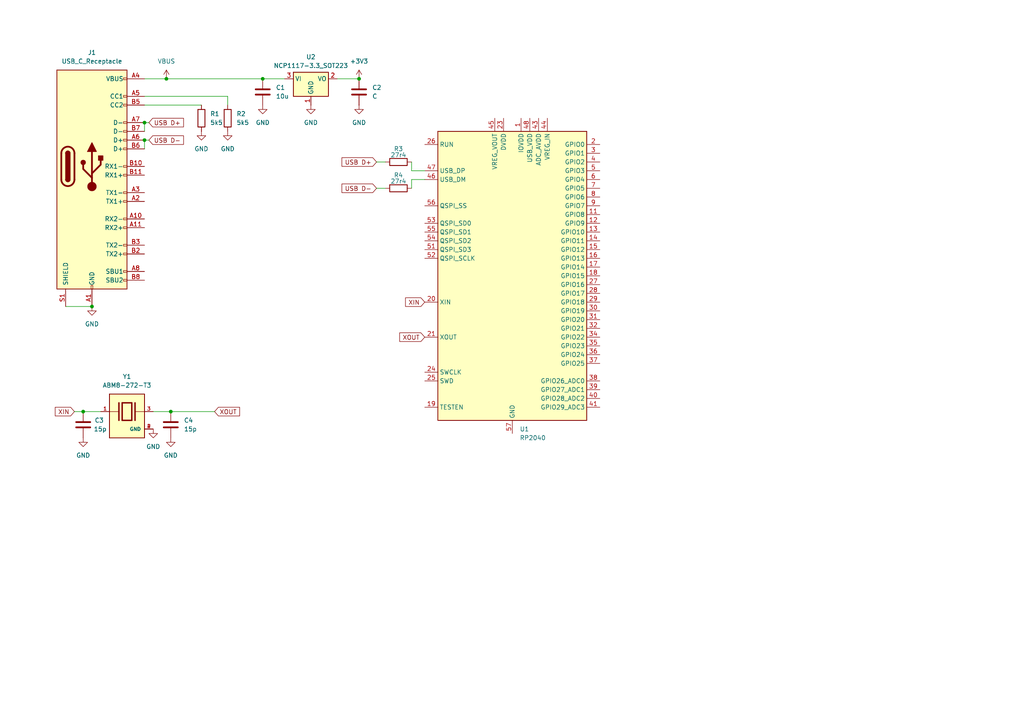
<source format=kicad_sch>
(kicad_sch
	(version 20250114)
	(generator "eeschema")
	(generator_version "9.0")
	(uuid "3e644c50-17e4-4d65-ae46-bfe6117e2005")
	(paper "A4")
	(lib_symbols
		(symbol "ABM8-272-T3:ABM8-272-T3"
			(pin_names
				(offset 1.016)
			)
			(exclude_from_sim no)
			(in_bom yes)
			(on_board yes)
			(property "Reference" "Y"
				(at -5.0878 6.3559 0)
				(effects
					(font
						(size 1.27 1.27)
					)
					(justify left bottom)
				)
			)
			(property "Value" "ABM8-272-T3"
				(at -5.0944 -10.16 0)
				(effects
					(font
						(size 1.27 1.27)
					)
					(justify left bottom)
				)
			)
			(property "Footprint" "ABM8-272-T3:XTAL_ABM8-272-T3"
				(at 0 0 0)
				(effects
					(font
						(size 1.27 1.27)
					)
					(justify bottom)
					(hide yes)
				)
			)
			(property "Datasheet" ""
				(at 0 0 0)
				(effects
					(font
						(size 1.27 1.27)
					)
					(hide yes)
				)
			)
			(property "Description" ""
				(at 0 0 0)
				(effects
					(font
						(size 1.27 1.27)
					)
					(hide yes)
				)
			)
			(property "MF" "ABRACON"
				(at 0 0 0)
				(effects
					(font
						(size 1.27 1.27)
					)
					(justify bottom)
					(hide yes)
				)
			)
			(property "MAXIMUM_PACKAGE_HEIGHT" "0.8mm"
				(at 0 0 0)
				(effects
					(font
						(size 1.27 1.27)
					)
					(justify bottom)
					(hide yes)
				)
			)
			(property "CREATOR" "DIZAR"
				(at 0 0 0)
				(effects
					(font
						(size 1.27 1.27)
					)
					(justify bottom)
					(hide yes)
				)
			)
			(property "Price" "None"
				(at 0 0 0)
				(effects
					(font
						(size 1.27 1.27)
					)
					(justify bottom)
					(hide yes)
				)
			)
			(property "Package" "NON-STANDARD-4 Abracon"
				(at 0 0 0)
				(effects
					(font
						(size 1.27 1.27)
					)
					(justify bottom)
					(hide yes)
				)
			)
			(property "Check_prices" "https://www.snapeda.com/parts/ABM8-272-T3/Abracon/view-part/?ref=eda"
				(at 0 0 0)
				(effects
					(font
						(size 1.27 1.27)
					)
					(justify bottom)
					(hide yes)
				)
			)
			(property "STANDARD" "Manufacturer Recommendations"
				(at 0 0 0)
				(effects
					(font
						(size 1.27 1.27)
					)
					(justify bottom)
					(hide yes)
				)
			)
			(property "PARTREV" "07-29-20"
				(at 0 0 0)
				(effects
					(font
						(size 1.27 1.27)
					)
					(justify bottom)
					(hide yes)
				)
			)
			(property "VERIFIER" ""
				(at 0 0 0)
				(effects
					(font
						(size 1.27 1.27)
					)
					(justify bottom)
					(hide yes)
				)
			)
			(property "SnapEDA_Link" "https://www.snapeda.com/parts/ABM8-272-T3/Abracon/view-part/?ref=snap"
				(at 0 0 0)
				(effects
					(font
						(size 1.27 1.27)
					)
					(justify bottom)
					(hide yes)
				)
			)
			(property "MP" "ABM8-272-T3"
				(at 0 0 0)
				(effects
					(font
						(size 1.27 1.27)
					)
					(justify bottom)
					(hide yes)
				)
			)
			(property "Description_1" "12 MHz ±30ppm Crystal 10pF 50 Ohms 4-SMD, No Lead"
				(at 0 0 0)
				(effects
					(font
						(size 1.27 1.27)
					)
					(justify bottom)
					(hide yes)
				)
			)
			(property "Availability" "In Stock"
				(at 0 0 0)
				(effects
					(font
						(size 1.27 1.27)
					)
					(justify bottom)
					(hide yes)
				)
			)
			(property "MANUFACTURER" "ABRACON"
				(at 0 0 0)
				(effects
					(font
						(size 1.27 1.27)
					)
					(justify bottom)
					(hide yes)
				)
			)
			(symbol "ABM8-272-T3_0_0"
				(polyline
					(pts
						(xy -5.08 0) (xy -2.54 0)
					)
					(stroke
						(width 0.1524)
						(type default)
					)
					(fill
						(type none)
					)
				)
				(rectangle
					(start -5.08 -7.62)
					(end 5.08 5.08)
					(stroke
						(width 0.254)
						(type default)
					)
					(fill
						(type background)
					)
				)
				(polyline
					(pts
						(xy -2.3368 2.54) (xy -2.3368 -2.54)
					)
					(stroke
						(width 0.4064)
						(type default)
					)
					(fill
						(type none)
					)
				)
				(polyline
					(pts
						(xy -1.397 2.54) (xy -1.397 -2.54)
					)
					(stroke
						(width 0.4064)
						(type default)
					)
					(fill
						(type none)
					)
				)
				(polyline
					(pts
						(xy -1.397 2.54) (xy 1.397 2.54)
					)
					(stroke
						(width 0.4064)
						(type default)
					)
					(fill
						(type none)
					)
				)
				(polyline
					(pts
						(xy 1.397 2.54) (xy 1.397 -2.54)
					)
					(stroke
						(width 0.4064)
						(type default)
					)
					(fill
						(type none)
					)
				)
				(polyline
					(pts
						(xy 1.397 -2.54) (xy -1.397 -2.54)
					)
					(stroke
						(width 0.4064)
						(type default)
					)
					(fill
						(type none)
					)
				)
				(polyline
					(pts
						(xy 2.3368 2.54) (xy 2.3368 -2.54)
					)
					(stroke
						(width 0.4064)
						(type default)
					)
					(fill
						(type none)
					)
				)
				(polyline
					(pts
						(xy 2.54 0) (xy 5.08 0)
					)
					(stroke
						(width 0.1524)
						(type default)
					)
					(fill
						(type none)
					)
				)
				(pin passive line
					(at -7.62 0 0)
					(length 2.54)
					(name "~"
						(effects
							(font
								(size 1.016 1.016)
							)
						)
					)
					(number "1"
						(effects
							(font
								(size 1.016 1.016)
							)
						)
					)
				)
				(pin passive line
					(at 7.62 0 180)
					(length 2.54)
					(name "~"
						(effects
							(font
								(size 1.016 1.016)
							)
						)
					)
					(number "3"
						(effects
							(font
								(size 1.016 1.016)
							)
						)
					)
				)
				(pin power_in line
					(at 7.62 -5.08 180)
					(length 2.54)
					(name "GND"
						(effects
							(font
								(size 1.016 1.016)
							)
						)
					)
					(number "2"
						(effects
							(font
								(size 1.016 1.016)
							)
						)
					)
				)
				(pin power_in line
					(at 7.62 -5.08 180)
					(length 2.54)
					(name "GND"
						(effects
							(font
								(size 1.016 1.016)
							)
						)
					)
					(number "4"
						(effects
							(font
								(size 1.016 1.016)
							)
						)
					)
				)
			)
			(embedded_fonts no)
		)
		(symbol "Connector:USB_C_Receptacle"
			(pin_names
				(offset 1.016)
			)
			(exclude_from_sim no)
			(in_bom yes)
			(on_board yes)
			(property "Reference" "J"
				(at -10.16 29.21 0)
				(effects
					(font
						(size 1.27 1.27)
					)
					(justify left)
				)
			)
			(property "Value" "USB_C_Receptacle"
				(at 10.16 29.21 0)
				(effects
					(font
						(size 1.27 1.27)
					)
					(justify right)
				)
			)
			(property "Footprint" ""
				(at 3.81 0 0)
				(effects
					(font
						(size 1.27 1.27)
					)
					(hide yes)
				)
			)
			(property "Datasheet" "https://www.usb.org/sites/default/files/documents/usb_type-c.zip"
				(at 3.81 0 0)
				(effects
					(font
						(size 1.27 1.27)
					)
					(hide yes)
				)
			)
			(property "Description" "USB Full-Featured Type-C Receptacle connector"
				(at 0 0 0)
				(effects
					(font
						(size 1.27 1.27)
					)
					(hide yes)
				)
			)
			(property "ki_keywords" "usb universal serial bus type-C full-featured"
				(at 0 0 0)
				(effects
					(font
						(size 1.27 1.27)
					)
					(hide yes)
				)
			)
			(property "ki_fp_filters" "USB*C*Receptacle*"
				(at 0 0 0)
				(effects
					(font
						(size 1.27 1.27)
					)
					(hide yes)
				)
			)
			(symbol "USB_C_Receptacle_0_0"
				(rectangle
					(start -0.254 -35.56)
					(end 0.254 -34.544)
					(stroke
						(width 0)
						(type default)
					)
					(fill
						(type none)
					)
				)
				(rectangle
					(start 10.16 25.654)
					(end 9.144 25.146)
					(stroke
						(width 0)
						(type default)
					)
					(fill
						(type none)
					)
				)
				(rectangle
					(start 10.16 20.574)
					(end 9.144 20.066)
					(stroke
						(width 0)
						(type default)
					)
					(fill
						(type none)
					)
				)
				(rectangle
					(start 10.16 18.034)
					(end 9.144 17.526)
					(stroke
						(width 0)
						(type default)
					)
					(fill
						(type none)
					)
				)
				(rectangle
					(start 10.16 12.954)
					(end 9.144 12.446)
					(stroke
						(width 0)
						(type default)
					)
					(fill
						(type none)
					)
				)
				(rectangle
					(start 10.16 10.414)
					(end 9.144 9.906)
					(stroke
						(width 0)
						(type default)
					)
					(fill
						(type none)
					)
				)
				(rectangle
					(start 10.16 7.874)
					(end 9.144 7.366)
					(stroke
						(width 0)
						(type default)
					)
					(fill
						(type none)
					)
				)
				(rectangle
					(start 10.16 5.334)
					(end 9.144 4.826)
					(stroke
						(width 0)
						(type default)
					)
					(fill
						(type none)
					)
				)
				(rectangle
					(start 10.16 0.254)
					(end 9.144 -0.254)
					(stroke
						(width 0)
						(type default)
					)
					(fill
						(type none)
					)
				)
				(rectangle
					(start 10.16 -2.286)
					(end 9.144 -2.794)
					(stroke
						(width 0)
						(type default)
					)
					(fill
						(type none)
					)
				)
				(rectangle
					(start 10.16 -7.366)
					(end 9.144 -7.874)
					(stroke
						(width 0)
						(type default)
					)
					(fill
						(type none)
					)
				)
				(rectangle
					(start 10.16 -9.906)
					(end 9.144 -10.414)
					(stroke
						(width 0)
						(type default)
					)
					(fill
						(type none)
					)
				)
				(rectangle
					(start 10.16 -14.986)
					(end 9.144 -15.494)
					(stroke
						(width 0)
						(type default)
					)
					(fill
						(type none)
					)
				)
				(rectangle
					(start 10.16 -17.526)
					(end 9.144 -18.034)
					(stroke
						(width 0)
						(type default)
					)
					(fill
						(type none)
					)
				)
				(rectangle
					(start 10.16 -22.606)
					(end 9.144 -23.114)
					(stroke
						(width 0)
						(type default)
					)
					(fill
						(type none)
					)
				)
				(rectangle
					(start 10.16 -25.146)
					(end 9.144 -25.654)
					(stroke
						(width 0)
						(type default)
					)
					(fill
						(type none)
					)
				)
				(rectangle
					(start 10.16 -30.226)
					(end 9.144 -30.734)
					(stroke
						(width 0)
						(type default)
					)
					(fill
						(type none)
					)
				)
				(rectangle
					(start 10.16 -32.766)
					(end 9.144 -33.274)
					(stroke
						(width 0)
						(type default)
					)
					(fill
						(type none)
					)
				)
			)
			(symbol "USB_C_Receptacle_0_1"
				(rectangle
					(start -10.16 27.94)
					(end 10.16 -35.56)
					(stroke
						(width 0.254)
						(type default)
					)
					(fill
						(type background)
					)
				)
				(polyline
					(pts
						(xy -8.89 -3.81) (xy -8.89 3.81)
					)
					(stroke
						(width 0.508)
						(type default)
					)
					(fill
						(type none)
					)
				)
				(rectangle
					(start -7.62 -3.81)
					(end -6.35 3.81)
					(stroke
						(width 0.254)
						(type default)
					)
					(fill
						(type outline)
					)
				)
				(arc
					(start -7.62 3.81)
					(mid -6.985 4.4423)
					(end -6.35 3.81)
					(stroke
						(width 0.254)
						(type default)
					)
					(fill
						(type none)
					)
				)
				(arc
					(start -7.62 3.81)
					(mid -6.985 4.4423)
					(end -6.35 3.81)
					(stroke
						(width 0.254)
						(type default)
					)
					(fill
						(type outline)
					)
				)
				(arc
					(start -8.89 3.81)
					(mid -6.985 5.7067)
					(end -5.08 3.81)
					(stroke
						(width 0.508)
						(type default)
					)
					(fill
						(type none)
					)
				)
				(arc
					(start -5.08 -3.81)
					(mid -6.985 -5.7067)
					(end -8.89 -3.81)
					(stroke
						(width 0.508)
						(type default)
					)
					(fill
						(type none)
					)
				)
				(arc
					(start -6.35 -3.81)
					(mid -6.985 -4.4423)
					(end -7.62 -3.81)
					(stroke
						(width 0.254)
						(type default)
					)
					(fill
						(type none)
					)
				)
				(arc
					(start -6.35 -3.81)
					(mid -6.985 -4.4423)
					(end -7.62 -3.81)
					(stroke
						(width 0.254)
						(type default)
					)
					(fill
						(type outline)
					)
				)
				(polyline
					(pts
						(xy -5.08 3.81) (xy -5.08 -3.81)
					)
					(stroke
						(width 0.508)
						(type default)
					)
					(fill
						(type none)
					)
				)
			)
			(symbol "USB_C_Receptacle_1_1"
				(circle
					(center -2.54 1.143)
					(radius 0.635)
					(stroke
						(width 0.254)
						(type default)
					)
					(fill
						(type outline)
					)
				)
				(polyline
					(pts
						(xy -1.27 4.318) (xy 0 6.858) (xy 1.27 4.318) (xy -1.27 4.318)
					)
					(stroke
						(width 0.254)
						(type default)
					)
					(fill
						(type outline)
					)
				)
				(polyline
					(pts
						(xy 0 -2.032) (xy 2.54 0.508) (xy 2.54 1.778)
					)
					(stroke
						(width 0.508)
						(type default)
					)
					(fill
						(type none)
					)
				)
				(polyline
					(pts
						(xy 0 -3.302) (xy -2.54 -0.762) (xy -2.54 0.508)
					)
					(stroke
						(width 0.508)
						(type default)
					)
					(fill
						(type none)
					)
				)
				(polyline
					(pts
						(xy 0 -5.842) (xy 0 4.318)
					)
					(stroke
						(width 0.508)
						(type default)
					)
					(fill
						(type none)
					)
				)
				(circle
					(center 0 -5.842)
					(radius 1.27)
					(stroke
						(width 0)
						(type default)
					)
					(fill
						(type outline)
					)
				)
				(rectangle
					(start 1.905 1.778)
					(end 3.175 3.048)
					(stroke
						(width 0.254)
						(type default)
					)
					(fill
						(type outline)
					)
				)
				(pin passive line
					(at -7.62 -40.64 90)
					(length 5.08)
					(name "SHIELD"
						(effects
							(font
								(size 1.27 1.27)
							)
						)
					)
					(number "S1"
						(effects
							(font
								(size 1.27 1.27)
							)
						)
					)
				)
				(pin passive line
					(at 0 -40.64 90)
					(length 5.08)
					(name "GND"
						(effects
							(font
								(size 1.27 1.27)
							)
						)
					)
					(number "A1"
						(effects
							(font
								(size 1.27 1.27)
							)
						)
					)
				)
				(pin passive line
					(at 0 -40.64 90)
					(length 5.08)
					(hide yes)
					(name "GND"
						(effects
							(font
								(size 1.27 1.27)
							)
						)
					)
					(number "A12"
						(effects
							(font
								(size 1.27 1.27)
							)
						)
					)
				)
				(pin passive line
					(at 0 -40.64 90)
					(length 5.08)
					(hide yes)
					(name "GND"
						(effects
							(font
								(size 1.27 1.27)
							)
						)
					)
					(number "B1"
						(effects
							(font
								(size 1.27 1.27)
							)
						)
					)
				)
				(pin passive line
					(at 0 -40.64 90)
					(length 5.08)
					(hide yes)
					(name "GND"
						(effects
							(font
								(size 1.27 1.27)
							)
						)
					)
					(number "B12"
						(effects
							(font
								(size 1.27 1.27)
							)
						)
					)
				)
				(pin passive line
					(at 15.24 25.4 180)
					(length 5.08)
					(name "VBUS"
						(effects
							(font
								(size 1.27 1.27)
							)
						)
					)
					(number "A4"
						(effects
							(font
								(size 1.27 1.27)
							)
						)
					)
				)
				(pin passive line
					(at 15.24 25.4 180)
					(length 5.08)
					(hide yes)
					(name "VBUS"
						(effects
							(font
								(size 1.27 1.27)
							)
						)
					)
					(number "A9"
						(effects
							(font
								(size 1.27 1.27)
							)
						)
					)
				)
				(pin passive line
					(at 15.24 25.4 180)
					(length 5.08)
					(hide yes)
					(name "VBUS"
						(effects
							(font
								(size 1.27 1.27)
							)
						)
					)
					(number "B4"
						(effects
							(font
								(size 1.27 1.27)
							)
						)
					)
				)
				(pin passive line
					(at 15.24 25.4 180)
					(length 5.08)
					(hide yes)
					(name "VBUS"
						(effects
							(font
								(size 1.27 1.27)
							)
						)
					)
					(number "B9"
						(effects
							(font
								(size 1.27 1.27)
							)
						)
					)
				)
				(pin bidirectional line
					(at 15.24 20.32 180)
					(length 5.08)
					(name "CC1"
						(effects
							(font
								(size 1.27 1.27)
							)
						)
					)
					(number "A5"
						(effects
							(font
								(size 1.27 1.27)
							)
						)
					)
				)
				(pin bidirectional line
					(at 15.24 17.78 180)
					(length 5.08)
					(name "CC2"
						(effects
							(font
								(size 1.27 1.27)
							)
						)
					)
					(number "B5"
						(effects
							(font
								(size 1.27 1.27)
							)
						)
					)
				)
				(pin bidirectional line
					(at 15.24 12.7 180)
					(length 5.08)
					(name "D-"
						(effects
							(font
								(size 1.27 1.27)
							)
						)
					)
					(number "A7"
						(effects
							(font
								(size 1.27 1.27)
							)
						)
					)
				)
				(pin bidirectional line
					(at 15.24 10.16 180)
					(length 5.08)
					(name "D-"
						(effects
							(font
								(size 1.27 1.27)
							)
						)
					)
					(number "B7"
						(effects
							(font
								(size 1.27 1.27)
							)
						)
					)
				)
				(pin bidirectional line
					(at 15.24 7.62 180)
					(length 5.08)
					(name "D+"
						(effects
							(font
								(size 1.27 1.27)
							)
						)
					)
					(number "A6"
						(effects
							(font
								(size 1.27 1.27)
							)
						)
					)
				)
				(pin bidirectional line
					(at 15.24 5.08 180)
					(length 5.08)
					(name "D+"
						(effects
							(font
								(size 1.27 1.27)
							)
						)
					)
					(number "B6"
						(effects
							(font
								(size 1.27 1.27)
							)
						)
					)
				)
				(pin bidirectional line
					(at 15.24 0 180)
					(length 5.08)
					(name "RX1-"
						(effects
							(font
								(size 1.27 1.27)
							)
						)
					)
					(number "B10"
						(effects
							(font
								(size 1.27 1.27)
							)
						)
					)
				)
				(pin bidirectional line
					(at 15.24 -2.54 180)
					(length 5.08)
					(name "RX1+"
						(effects
							(font
								(size 1.27 1.27)
							)
						)
					)
					(number "B11"
						(effects
							(font
								(size 1.27 1.27)
							)
						)
					)
				)
				(pin bidirectional line
					(at 15.24 -7.62 180)
					(length 5.08)
					(name "TX1-"
						(effects
							(font
								(size 1.27 1.27)
							)
						)
					)
					(number "A3"
						(effects
							(font
								(size 1.27 1.27)
							)
						)
					)
				)
				(pin bidirectional line
					(at 15.24 -10.16 180)
					(length 5.08)
					(name "TX1+"
						(effects
							(font
								(size 1.27 1.27)
							)
						)
					)
					(number "A2"
						(effects
							(font
								(size 1.27 1.27)
							)
						)
					)
				)
				(pin bidirectional line
					(at 15.24 -15.24 180)
					(length 5.08)
					(name "RX2-"
						(effects
							(font
								(size 1.27 1.27)
							)
						)
					)
					(number "A10"
						(effects
							(font
								(size 1.27 1.27)
							)
						)
					)
				)
				(pin bidirectional line
					(at 15.24 -17.78 180)
					(length 5.08)
					(name "RX2+"
						(effects
							(font
								(size 1.27 1.27)
							)
						)
					)
					(number "A11"
						(effects
							(font
								(size 1.27 1.27)
							)
						)
					)
				)
				(pin bidirectional line
					(at 15.24 -22.86 180)
					(length 5.08)
					(name "TX2-"
						(effects
							(font
								(size 1.27 1.27)
							)
						)
					)
					(number "B3"
						(effects
							(font
								(size 1.27 1.27)
							)
						)
					)
				)
				(pin bidirectional line
					(at 15.24 -25.4 180)
					(length 5.08)
					(name "TX2+"
						(effects
							(font
								(size 1.27 1.27)
							)
						)
					)
					(number "B2"
						(effects
							(font
								(size 1.27 1.27)
							)
						)
					)
				)
				(pin bidirectional line
					(at 15.24 -30.48 180)
					(length 5.08)
					(name "SBU1"
						(effects
							(font
								(size 1.27 1.27)
							)
						)
					)
					(number "A8"
						(effects
							(font
								(size 1.27 1.27)
							)
						)
					)
				)
				(pin bidirectional line
					(at 15.24 -33.02 180)
					(length 5.08)
					(name "SBU2"
						(effects
							(font
								(size 1.27 1.27)
							)
						)
					)
					(number "B8"
						(effects
							(font
								(size 1.27 1.27)
							)
						)
					)
				)
			)
			(embedded_fonts no)
		)
		(symbol "Device:C"
			(pin_numbers
				(hide yes)
			)
			(pin_names
				(offset 0.254)
			)
			(exclude_from_sim no)
			(in_bom yes)
			(on_board yes)
			(property "Reference" "C"
				(at 0.635 2.54 0)
				(effects
					(font
						(size 1.27 1.27)
					)
					(justify left)
				)
			)
			(property "Value" "C"
				(at 0.635 -2.54 0)
				(effects
					(font
						(size 1.27 1.27)
					)
					(justify left)
				)
			)
			(property "Footprint" ""
				(at 0.9652 -3.81 0)
				(effects
					(font
						(size 1.27 1.27)
					)
					(hide yes)
				)
			)
			(property "Datasheet" "~"
				(at 0 0 0)
				(effects
					(font
						(size 1.27 1.27)
					)
					(hide yes)
				)
			)
			(property "Description" "Unpolarized capacitor"
				(at 0 0 0)
				(effects
					(font
						(size 1.27 1.27)
					)
					(hide yes)
				)
			)
			(property "ki_keywords" "cap capacitor"
				(at 0 0 0)
				(effects
					(font
						(size 1.27 1.27)
					)
					(hide yes)
				)
			)
			(property "ki_fp_filters" "C_*"
				(at 0 0 0)
				(effects
					(font
						(size 1.27 1.27)
					)
					(hide yes)
				)
			)
			(symbol "C_0_1"
				(polyline
					(pts
						(xy -2.032 0.762) (xy 2.032 0.762)
					)
					(stroke
						(width 0.508)
						(type default)
					)
					(fill
						(type none)
					)
				)
				(polyline
					(pts
						(xy -2.032 -0.762) (xy 2.032 -0.762)
					)
					(stroke
						(width 0.508)
						(type default)
					)
					(fill
						(type none)
					)
				)
			)
			(symbol "C_1_1"
				(pin passive line
					(at 0 3.81 270)
					(length 2.794)
					(name "~"
						(effects
							(font
								(size 1.27 1.27)
							)
						)
					)
					(number "1"
						(effects
							(font
								(size 1.27 1.27)
							)
						)
					)
				)
				(pin passive line
					(at 0 -3.81 90)
					(length 2.794)
					(name "~"
						(effects
							(font
								(size 1.27 1.27)
							)
						)
					)
					(number "2"
						(effects
							(font
								(size 1.27 1.27)
							)
						)
					)
				)
			)
			(embedded_fonts no)
		)
		(symbol "Device:R"
			(pin_numbers
				(hide yes)
			)
			(pin_names
				(offset 0)
			)
			(exclude_from_sim no)
			(in_bom yes)
			(on_board yes)
			(property "Reference" "R"
				(at 2.032 0 90)
				(effects
					(font
						(size 1.27 1.27)
					)
				)
			)
			(property "Value" "R"
				(at 0 0 90)
				(effects
					(font
						(size 1.27 1.27)
					)
				)
			)
			(property "Footprint" ""
				(at -1.778 0 90)
				(effects
					(font
						(size 1.27 1.27)
					)
					(hide yes)
				)
			)
			(property "Datasheet" "~"
				(at 0 0 0)
				(effects
					(font
						(size 1.27 1.27)
					)
					(hide yes)
				)
			)
			(property "Description" "Resistor"
				(at 0 0 0)
				(effects
					(font
						(size 1.27 1.27)
					)
					(hide yes)
				)
			)
			(property "ki_keywords" "R res resistor"
				(at 0 0 0)
				(effects
					(font
						(size 1.27 1.27)
					)
					(hide yes)
				)
			)
			(property "ki_fp_filters" "R_*"
				(at 0 0 0)
				(effects
					(font
						(size 1.27 1.27)
					)
					(hide yes)
				)
			)
			(symbol "R_0_1"
				(rectangle
					(start -1.016 -2.54)
					(end 1.016 2.54)
					(stroke
						(width 0.254)
						(type default)
					)
					(fill
						(type none)
					)
				)
			)
			(symbol "R_1_1"
				(pin passive line
					(at 0 3.81 270)
					(length 1.27)
					(name "~"
						(effects
							(font
								(size 1.27 1.27)
							)
						)
					)
					(number "1"
						(effects
							(font
								(size 1.27 1.27)
							)
						)
					)
				)
				(pin passive line
					(at 0 -3.81 90)
					(length 1.27)
					(name "~"
						(effects
							(font
								(size 1.27 1.27)
							)
						)
					)
					(number "2"
						(effects
							(font
								(size 1.27 1.27)
							)
						)
					)
				)
			)
			(embedded_fonts no)
		)
		(symbol "MCU_RaspberryPi:RP2040"
			(exclude_from_sim no)
			(in_bom yes)
			(on_board yes)
			(property "Reference" "U"
				(at 17.78 45.72 0)
				(effects
					(font
						(size 1.27 1.27)
					)
				)
			)
			(property "Value" "RP2040"
				(at 17.78 43.18 0)
				(effects
					(font
						(size 1.27 1.27)
					)
				)
			)
			(property "Footprint" "Package_DFN_QFN:QFN-56-1EP_7x7mm_P0.4mm_EP3.2x3.2mm"
				(at 0 0 0)
				(effects
					(font
						(size 1.27 1.27)
					)
					(hide yes)
				)
			)
			(property "Datasheet" "https://datasheets.raspberrypi.com/rp2040/rp2040-datasheet.pdf"
				(at 0 0 0)
				(effects
					(font
						(size 1.27 1.27)
					)
					(hide yes)
				)
			)
			(property "Description" "A microcontroller by Raspberry Pi"
				(at 0 0 0)
				(effects
					(font
						(size 1.27 1.27)
					)
					(hide yes)
				)
			)
			(property "ki_keywords" "RP2040 ARM Cortex-M0+ USB"
				(at 0 0 0)
				(effects
					(font
						(size 1.27 1.27)
					)
					(hide yes)
				)
			)
			(property "ki_fp_filters" "QFN*1EP*7x7mm?P0.4mm*"
				(at 0 0 0)
				(effects
					(font
						(size 1.27 1.27)
					)
					(hide yes)
				)
			)
			(symbol "RP2040_0_1"
				(rectangle
					(start -21.59 41.91)
					(end 21.59 -41.91)
					(stroke
						(width 0.254)
						(type default)
					)
					(fill
						(type background)
					)
				)
			)
			(symbol "RP2040_1_1"
				(pin input line
					(at -25.4 38.1 0)
					(length 3.81)
					(name "RUN"
						(effects
							(font
								(size 1.27 1.27)
							)
						)
					)
					(number "26"
						(effects
							(font
								(size 1.27 1.27)
							)
						)
					)
				)
				(pin bidirectional line
					(at -25.4 30.48 0)
					(length 3.81)
					(name "USB_DP"
						(effects
							(font
								(size 1.27 1.27)
							)
						)
					)
					(number "47"
						(effects
							(font
								(size 1.27 1.27)
							)
						)
					)
				)
				(pin bidirectional line
					(at -25.4 27.94 0)
					(length 3.81)
					(name "USB_DM"
						(effects
							(font
								(size 1.27 1.27)
							)
						)
					)
					(number "46"
						(effects
							(font
								(size 1.27 1.27)
							)
						)
					)
				)
				(pin bidirectional line
					(at -25.4 20.32 0)
					(length 3.81)
					(name "QSPI_SS"
						(effects
							(font
								(size 1.27 1.27)
							)
						)
					)
					(number "56"
						(effects
							(font
								(size 1.27 1.27)
							)
						)
					)
				)
				(pin bidirectional line
					(at -25.4 15.24 0)
					(length 3.81)
					(name "QSPI_SD0"
						(effects
							(font
								(size 1.27 1.27)
							)
						)
					)
					(number "53"
						(effects
							(font
								(size 1.27 1.27)
							)
						)
					)
				)
				(pin bidirectional line
					(at -25.4 12.7 0)
					(length 3.81)
					(name "QSPI_SD1"
						(effects
							(font
								(size 1.27 1.27)
							)
						)
					)
					(number "55"
						(effects
							(font
								(size 1.27 1.27)
							)
						)
					)
				)
				(pin bidirectional line
					(at -25.4 10.16 0)
					(length 3.81)
					(name "QSPI_SD2"
						(effects
							(font
								(size 1.27 1.27)
							)
						)
					)
					(number "54"
						(effects
							(font
								(size 1.27 1.27)
							)
						)
					)
				)
				(pin bidirectional line
					(at -25.4 7.62 0)
					(length 3.81)
					(name "QSPI_SD3"
						(effects
							(font
								(size 1.27 1.27)
							)
						)
					)
					(number "51"
						(effects
							(font
								(size 1.27 1.27)
							)
						)
					)
				)
				(pin output line
					(at -25.4 5.08 0)
					(length 3.81)
					(name "QSPI_SCLK"
						(effects
							(font
								(size 1.27 1.27)
							)
						)
					)
					(number "52"
						(effects
							(font
								(size 1.27 1.27)
							)
						)
					)
				)
				(pin input line
					(at -25.4 -7.62 0)
					(length 3.81)
					(name "XIN"
						(effects
							(font
								(size 1.27 1.27)
							)
						)
					)
					(number "20"
						(effects
							(font
								(size 1.27 1.27)
							)
						)
					)
				)
				(pin passive line
					(at -25.4 -17.78 0)
					(length 3.81)
					(name "XOUT"
						(effects
							(font
								(size 1.27 1.27)
							)
						)
					)
					(number "21"
						(effects
							(font
								(size 1.27 1.27)
							)
						)
					)
				)
				(pin input line
					(at -25.4 -27.94 0)
					(length 3.81)
					(name "SWCLK"
						(effects
							(font
								(size 1.27 1.27)
							)
						)
					)
					(number "24"
						(effects
							(font
								(size 1.27 1.27)
							)
						)
					)
				)
				(pin bidirectional line
					(at -25.4 -30.48 0)
					(length 3.81)
					(name "SWD"
						(effects
							(font
								(size 1.27 1.27)
							)
						)
					)
					(number "25"
						(effects
							(font
								(size 1.27 1.27)
							)
						)
					)
				)
				(pin input line
					(at -25.4 -38.1 0)
					(length 3.81)
					(name "TESTEN"
						(effects
							(font
								(size 1.27 1.27)
							)
						)
					)
					(number "19"
						(effects
							(font
								(size 1.27 1.27)
							)
						)
					)
				)
				(pin power_out line
					(at -5.08 45.72 270)
					(length 3.81)
					(name "VREG_VOUT"
						(effects
							(font
								(size 1.27 1.27)
							)
						)
					)
					(number "45"
						(effects
							(font
								(size 1.27 1.27)
							)
						)
					)
				)
				(pin power_in line
					(at -2.54 45.72 270)
					(length 3.81)
					(name "DVDD"
						(effects
							(font
								(size 1.27 1.27)
							)
						)
					)
					(number "23"
						(effects
							(font
								(size 1.27 1.27)
							)
						)
					)
				)
				(pin passive line
					(at -2.54 45.72 270)
					(length 3.81)
					(hide yes)
					(name "DVDD"
						(effects
							(font
								(size 1.27 1.27)
							)
						)
					)
					(number "50"
						(effects
							(font
								(size 1.27 1.27)
							)
						)
					)
				)
				(pin power_in line
					(at 0 -45.72 90)
					(length 3.81)
					(name "GND"
						(effects
							(font
								(size 1.27 1.27)
							)
						)
					)
					(number "57"
						(effects
							(font
								(size 1.27 1.27)
							)
						)
					)
				)
				(pin power_in line
					(at 2.54 45.72 270)
					(length 3.81)
					(name "IOVDD"
						(effects
							(font
								(size 1.27 1.27)
							)
						)
					)
					(number "1"
						(effects
							(font
								(size 1.27 1.27)
							)
						)
					)
				)
				(pin passive line
					(at 2.54 45.72 270)
					(length 3.81)
					(hide yes)
					(name "IOVDD"
						(effects
							(font
								(size 1.27 1.27)
							)
						)
					)
					(number "10"
						(effects
							(font
								(size 1.27 1.27)
							)
						)
					)
				)
				(pin passive line
					(at 2.54 45.72 270)
					(length 3.81)
					(hide yes)
					(name "IOVDD"
						(effects
							(font
								(size 1.27 1.27)
							)
						)
					)
					(number "22"
						(effects
							(font
								(size 1.27 1.27)
							)
						)
					)
				)
				(pin passive line
					(at 2.54 45.72 270)
					(length 3.81)
					(hide yes)
					(name "IOVDD"
						(effects
							(font
								(size 1.27 1.27)
							)
						)
					)
					(number "33"
						(effects
							(font
								(size 1.27 1.27)
							)
						)
					)
				)
				(pin passive line
					(at 2.54 45.72 270)
					(length 3.81)
					(hide yes)
					(name "IOVDD"
						(effects
							(font
								(size 1.27 1.27)
							)
						)
					)
					(number "42"
						(effects
							(font
								(size 1.27 1.27)
							)
						)
					)
				)
				(pin passive line
					(at 2.54 45.72 270)
					(length 3.81)
					(hide yes)
					(name "IOVDD"
						(effects
							(font
								(size 1.27 1.27)
							)
						)
					)
					(number "49"
						(effects
							(font
								(size 1.27 1.27)
							)
						)
					)
				)
				(pin power_in line
					(at 5.08 45.72 270)
					(length 3.81)
					(name "USB_VDD"
						(effects
							(font
								(size 1.27 1.27)
							)
						)
					)
					(number "48"
						(effects
							(font
								(size 1.27 1.27)
							)
						)
					)
				)
				(pin power_in line
					(at 7.62 45.72 270)
					(length 3.81)
					(name "ADC_AVDD"
						(effects
							(font
								(size 1.27 1.27)
							)
						)
					)
					(number "43"
						(effects
							(font
								(size 1.27 1.27)
							)
						)
					)
				)
				(pin power_in line
					(at 10.16 45.72 270)
					(length 3.81)
					(name "VREG_IN"
						(effects
							(font
								(size 1.27 1.27)
							)
						)
					)
					(number "44"
						(effects
							(font
								(size 1.27 1.27)
							)
						)
					)
				)
				(pin bidirectional line
					(at 25.4 38.1 180)
					(length 3.81)
					(name "GPIO0"
						(effects
							(font
								(size 1.27 1.27)
							)
						)
					)
					(number "2"
						(effects
							(font
								(size 1.27 1.27)
							)
						)
					)
				)
				(pin bidirectional line
					(at 25.4 35.56 180)
					(length 3.81)
					(name "GPIO1"
						(effects
							(font
								(size 1.27 1.27)
							)
						)
					)
					(number "3"
						(effects
							(font
								(size 1.27 1.27)
							)
						)
					)
				)
				(pin bidirectional line
					(at 25.4 33.02 180)
					(length 3.81)
					(name "GPIO2"
						(effects
							(font
								(size 1.27 1.27)
							)
						)
					)
					(number "4"
						(effects
							(font
								(size 1.27 1.27)
							)
						)
					)
				)
				(pin bidirectional line
					(at 25.4 30.48 180)
					(length 3.81)
					(name "GPIO3"
						(effects
							(font
								(size 1.27 1.27)
							)
						)
					)
					(number "5"
						(effects
							(font
								(size 1.27 1.27)
							)
						)
					)
				)
				(pin bidirectional line
					(at 25.4 27.94 180)
					(length 3.81)
					(name "GPIO4"
						(effects
							(font
								(size 1.27 1.27)
							)
						)
					)
					(number "6"
						(effects
							(font
								(size 1.27 1.27)
							)
						)
					)
				)
				(pin bidirectional line
					(at 25.4 25.4 180)
					(length 3.81)
					(name "GPIO5"
						(effects
							(font
								(size 1.27 1.27)
							)
						)
					)
					(number "7"
						(effects
							(font
								(size 1.27 1.27)
							)
						)
					)
				)
				(pin bidirectional line
					(at 25.4 22.86 180)
					(length 3.81)
					(name "GPIO6"
						(effects
							(font
								(size 1.27 1.27)
							)
						)
					)
					(number "8"
						(effects
							(font
								(size 1.27 1.27)
							)
						)
					)
				)
				(pin bidirectional line
					(at 25.4 20.32 180)
					(length 3.81)
					(name "GPIO7"
						(effects
							(font
								(size 1.27 1.27)
							)
						)
					)
					(number "9"
						(effects
							(font
								(size 1.27 1.27)
							)
						)
					)
				)
				(pin bidirectional line
					(at 25.4 17.78 180)
					(length 3.81)
					(name "GPIO8"
						(effects
							(font
								(size 1.27 1.27)
							)
						)
					)
					(number "11"
						(effects
							(font
								(size 1.27 1.27)
							)
						)
					)
				)
				(pin bidirectional line
					(at 25.4 15.24 180)
					(length 3.81)
					(name "GPIO9"
						(effects
							(font
								(size 1.27 1.27)
							)
						)
					)
					(number "12"
						(effects
							(font
								(size 1.27 1.27)
							)
						)
					)
				)
				(pin bidirectional line
					(at 25.4 12.7 180)
					(length 3.81)
					(name "GPIO10"
						(effects
							(font
								(size 1.27 1.27)
							)
						)
					)
					(number "13"
						(effects
							(font
								(size 1.27 1.27)
							)
						)
					)
				)
				(pin bidirectional line
					(at 25.4 10.16 180)
					(length 3.81)
					(name "GPIO11"
						(effects
							(font
								(size 1.27 1.27)
							)
						)
					)
					(number "14"
						(effects
							(font
								(size 1.27 1.27)
							)
						)
					)
				)
				(pin bidirectional line
					(at 25.4 7.62 180)
					(length 3.81)
					(name "GPIO12"
						(effects
							(font
								(size 1.27 1.27)
							)
						)
					)
					(number "15"
						(effects
							(font
								(size 1.27 1.27)
							)
						)
					)
				)
				(pin bidirectional line
					(at 25.4 5.08 180)
					(length 3.81)
					(name "GPIO13"
						(effects
							(font
								(size 1.27 1.27)
							)
						)
					)
					(number "16"
						(effects
							(font
								(size 1.27 1.27)
							)
						)
					)
				)
				(pin bidirectional line
					(at 25.4 2.54 180)
					(length 3.81)
					(name "GPIO14"
						(effects
							(font
								(size 1.27 1.27)
							)
						)
					)
					(number "17"
						(effects
							(font
								(size 1.27 1.27)
							)
						)
					)
				)
				(pin bidirectional line
					(at 25.4 0 180)
					(length 3.81)
					(name "GPIO15"
						(effects
							(font
								(size 1.27 1.27)
							)
						)
					)
					(number "18"
						(effects
							(font
								(size 1.27 1.27)
							)
						)
					)
				)
				(pin bidirectional line
					(at 25.4 -2.54 180)
					(length 3.81)
					(name "GPIO16"
						(effects
							(font
								(size 1.27 1.27)
							)
						)
					)
					(number "27"
						(effects
							(font
								(size 1.27 1.27)
							)
						)
					)
				)
				(pin bidirectional line
					(at 25.4 -5.08 180)
					(length 3.81)
					(name "GPIO17"
						(effects
							(font
								(size 1.27 1.27)
							)
						)
					)
					(number "28"
						(effects
							(font
								(size 1.27 1.27)
							)
						)
					)
				)
				(pin bidirectional line
					(at 25.4 -7.62 180)
					(length 3.81)
					(name "GPIO18"
						(effects
							(font
								(size 1.27 1.27)
							)
						)
					)
					(number "29"
						(effects
							(font
								(size 1.27 1.27)
							)
						)
					)
				)
				(pin bidirectional line
					(at 25.4 -10.16 180)
					(length 3.81)
					(name "GPIO19"
						(effects
							(font
								(size 1.27 1.27)
							)
						)
					)
					(number "30"
						(effects
							(font
								(size 1.27 1.27)
							)
						)
					)
				)
				(pin bidirectional line
					(at 25.4 -12.7 180)
					(length 3.81)
					(name "GPIO20"
						(effects
							(font
								(size 1.27 1.27)
							)
						)
					)
					(number "31"
						(effects
							(font
								(size 1.27 1.27)
							)
						)
					)
				)
				(pin bidirectional line
					(at 25.4 -15.24 180)
					(length 3.81)
					(name "GPIO21"
						(effects
							(font
								(size 1.27 1.27)
							)
						)
					)
					(number "32"
						(effects
							(font
								(size 1.27 1.27)
							)
						)
					)
				)
				(pin bidirectional line
					(at 25.4 -17.78 180)
					(length 3.81)
					(name "GPIO22"
						(effects
							(font
								(size 1.27 1.27)
							)
						)
					)
					(number "34"
						(effects
							(font
								(size 1.27 1.27)
							)
						)
					)
				)
				(pin bidirectional line
					(at 25.4 -20.32 180)
					(length 3.81)
					(name "GPIO23"
						(effects
							(font
								(size 1.27 1.27)
							)
						)
					)
					(number "35"
						(effects
							(font
								(size 1.27 1.27)
							)
						)
					)
				)
				(pin bidirectional line
					(at 25.4 -22.86 180)
					(length 3.81)
					(name "GPIO24"
						(effects
							(font
								(size 1.27 1.27)
							)
						)
					)
					(number "36"
						(effects
							(font
								(size 1.27 1.27)
							)
						)
					)
				)
				(pin bidirectional line
					(at 25.4 -25.4 180)
					(length 3.81)
					(name "GPIO25"
						(effects
							(font
								(size 1.27 1.27)
							)
						)
					)
					(number "37"
						(effects
							(font
								(size 1.27 1.27)
							)
						)
					)
				)
				(pin bidirectional line
					(at 25.4 -30.48 180)
					(length 3.81)
					(name "GPIO26_ADC0"
						(effects
							(font
								(size 1.27 1.27)
							)
						)
					)
					(number "38"
						(effects
							(font
								(size 1.27 1.27)
							)
						)
					)
				)
				(pin bidirectional line
					(at 25.4 -33.02 180)
					(length 3.81)
					(name "GPIO27_ADC1"
						(effects
							(font
								(size 1.27 1.27)
							)
						)
					)
					(number "39"
						(effects
							(font
								(size 1.27 1.27)
							)
						)
					)
				)
				(pin bidirectional line
					(at 25.4 -35.56 180)
					(length 3.81)
					(name "GPIO28_ADC2"
						(effects
							(font
								(size 1.27 1.27)
							)
						)
					)
					(number "40"
						(effects
							(font
								(size 1.27 1.27)
							)
						)
					)
				)
				(pin bidirectional line
					(at 25.4 -38.1 180)
					(length 3.81)
					(name "GPIO29_ADC3"
						(effects
							(font
								(size 1.27 1.27)
							)
						)
					)
					(number "41"
						(effects
							(font
								(size 1.27 1.27)
							)
						)
					)
				)
			)
			(embedded_fonts no)
		)
		(symbol "Regulator_Linear:NCP1117-3.3_SOT223"
			(exclude_from_sim no)
			(in_bom yes)
			(on_board yes)
			(property "Reference" "U"
				(at -3.81 3.175 0)
				(effects
					(font
						(size 1.27 1.27)
					)
				)
			)
			(property "Value" "NCP1117-3.3_SOT223"
				(at 0 3.175 0)
				(effects
					(font
						(size 1.27 1.27)
					)
					(justify left)
				)
			)
			(property "Footprint" "Package_TO_SOT_SMD:SOT-223-3_TabPin2"
				(at 0 5.08 0)
				(effects
					(font
						(size 1.27 1.27)
					)
					(hide yes)
				)
			)
			(property "Datasheet" "http://www.onsemi.com/pub_link/Collateral/NCP1117-D.PDF"
				(at 2.54 -6.35 0)
				(effects
					(font
						(size 1.27 1.27)
					)
					(hide yes)
				)
			)
			(property "Description" "1A Low drop-out regulator, Fixed Output 3.3V, SOT-223"
				(at 0 0 0)
				(effects
					(font
						(size 1.27 1.27)
					)
					(hide yes)
				)
			)
			(property "ki_keywords" "REGULATOR LDO 3.3V"
				(at 0 0 0)
				(effects
					(font
						(size 1.27 1.27)
					)
					(hide yes)
				)
			)
			(property "ki_fp_filters" "SOT?223*TabPin2*"
				(at 0 0 0)
				(effects
					(font
						(size 1.27 1.27)
					)
					(hide yes)
				)
			)
			(symbol "NCP1117-3.3_SOT223_0_1"
				(rectangle
					(start -5.08 -5.08)
					(end 5.08 1.905)
					(stroke
						(width 0.254)
						(type default)
					)
					(fill
						(type background)
					)
				)
			)
			(symbol "NCP1117-3.3_SOT223_1_1"
				(pin power_in line
					(at -7.62 0 0)
					(length 2.54)
					(name "VI"
						(effects
							(font
								(size 1.27 1.27)
							)
						)
					)
					(number "3"
						(effects
							(font
								(size 1.27 1.27)
							)
						)
					)
				)
				(pin power_in line
					(at 0 -7.62 90)
					(length 2.54)
					(name "GND"
						(effects
							(font
								(size 1.27 1.27)
							)
						)
					)
					(number "1"
						(effects
							(font
								(size 1.27 1.27)
							)
						)
					)
				)
				(pin power_out line
					(at 7.62 0 180)
					(length 2.54)
					(name "VO"
						(effects
							(font
								(size 1.27 1.27)
							)
						)
					)
					(number "2"
						(effects
							(font
								(size 1.27 1.27)
							)
						)
					)
				)
			)
			(embedded_fonts no)
		)
		(symbol "power:+3V3"
			(power)
			(pin_numbers
				(hide yes)
			)
			(pin_names
				(offset 0)
				(hide yes)
			)
			(exclude_from_sim no)
			(in_bom yes)
			(on_board yes)
			(property "Reference" "#PWR"
				(at 0 -3.81 0)
				(effects
					(font
						(size 1.27 1.27)
					)
					(hide yes)
				)
			)
			(property "Value" "+3V3"
				(at 0 3.556 0)
				(effects
					(font
						(size 1.27 1.27)
					)
				)
			)
			(property "Footprint" ""
				(at 0 0 0)
				(effects
					(font
						(size 1.27 1.27)
					)
					(hide yes)
				)
			)
			(property "Datasheet" ""
				(at 0 0 0)
				(effects
					(font
						(size 1.27 1.27)
					)
					(hide yes)
				)
			)
			(property "Description" "Power symbol creates a global label with name \"+3V3\""
				(at 0 0 0)
				(effects
					(font
						(size 1.27 1.27)
					)
					(hide yes)
				)
			)
			(property "ki_keywords" "global power"
				(at 0 0 0)
				(effects
					(font
						(size 1.27 1.27)
					)
					(hide yes)
				)
			)
			(symbol "+3V3_0_1"
				(polyline
					(pts
						(xy -0.762 1.27) (xy 0 2.54)
					)
					(stroke
						(width 0)
						(type default)
					)
					(fill
						(type none)
					)
				)
				(polyline
					(pts
						(xy 0 2.54) (xy 0.762 1.27)
					)
					(stroke
						(width 0)
						(type default)
					)
					(fill
						(type none)
					)
				)
				(polyline
					(pts
						(xy 0 0) (xy 0 2.54)
					)
					(stroke
						(width 0)
						(type default)
					)
					(fill
						(type none)
					)
				)
			)
			(symbol "+3V3_1_1"
				(pin power_in line
					(at 0 0 90)
					(length 0)
					(name "~"
						(effects
							(font
								(size 1.27 1.27)
							)
						)
					)
					(number "1"
						(effects
							(font
								(size 1.27 1.27)
							)
						)
					)
				)
			)
			(embedded_fonts no)
		)
		(symbol "power:GND"
			(power)
			(pin_numbers
				(hide yes)
			)
			(pin_names
				(offset 0)
				(hide yes)
			)
			(exclude_from_sim no)
			(in_bom yes)
			(on_board yes)
			(property "Reference" "#PWR"
				(at 0 -6.35 0)
				(effects
					(font
						(size 1.27 1.27)
					)
					(hide yes)
				)
			)
			(property "Value" "GND"
				(at 0 -3.81 0)
				(effects
					(font
						(size 1.27 1.27)
					)
				)
			)
			(property "Footprint" ""
				(at 0 0 0)
				(effects
					(font
						(size 1.27 1.27)
					)
					(hide yes)
				)
			)
			(property "Datasheet" ""
				(at 0 0 0)
				(effects
					(font
						(size 1.27 1.27)
					)
					(hide yes)
				)
			)
			(property "Description" "Power symbol creates a global label with name \"GND\" , ground"
				(at 0 0 0)
				(effects
					(font
						(size 1.27 1.27)
					)
					(hide yes)
				)
			)
			(property "ki_keywords" "global power"
				(at 0 0 0)
				(effects
					(font
						(size 1.27 1.27)
					)
					(hide yes)
				)
			)
			(symbol "GND_0_1"
				(polyline
					(pts
						(xy 0 0) (xy 0 -1.27) (xy 1.27 -1.27) (xy 0 -2.54) (xy -1.27 -1.27) (xy 0 -1.27)
					)
					(stroke
						(width 0)
						(type default)
					)
					(fill
						(type none)
					)
				)
			)
			(symbol "GND_1_1"
				(pin power_in line
					(at 0 0 270)
					(length 0)
					(name "~"
						(effects
							(font
								(size 1.27 1.27)
							)
						)
					)
					(number "1"
						(effects
							(font
								(size 1.27 1.27)
							)
						)
					)
				)
			)
			(embedded_fonts no)
		)
		(symbol "power:VBUS"
			(power)
			(pin_numbers
				(hide yes)
			)
			(pin_names
				(offset 0)
				(hide yes)
			)
			(exclude_from_sim no)
			(in_bom yes)
			(on_board yes)
			(property "Reference" "#PWR"
				(at 0 -3.81 0)
				(effects
					(font
						(size 1.27 1.27)
					)
					(hide yes)
				)
			)
			(property "Value" "VBUS"
				(at 0 3.556 0)
				(effects
					(font
						(size 1.27 1.27)
					)
				)
			)
			(property "Footprint" ""
				(at 0 0 0)
				(effects
					(font
						(size 1.27 1.27)
					)
					(hide yes)
				)
			)
			(property "Datasheet" ""
				(at 0 0 0)
				(effects
					(font
						(size 1.27 1.27)
					)
					(hide yes)
				)
			)
			(property "Description" "Power symbol creates a global label with name \"VBUS\""
				(at 0 0 0)
				(effects
					(font
						(size 1.27 1.27)
					)
					(hide yes)
				)
			)
			(property "ki_keywords" "global power"
				(at 0 0 0)
				(effects
					(font
						(size 1.27 1.27)
					)
					(hide yes)
				)
			)
			(symbol "VBUS_0_1"
				(polyline
					(pts
						(xy -0.762 1.27) (xy 0 2.54)
					)
					(stroke
						(width 0)
						(type default)
					)
					(fill
						(type none)
					)
				)
				(polyline
					(pts
						(xy 0 2.54) (xy 0.762 1.27)
					)
					(stroke
						(width 0)
						(type default)
					)
					(fill
						(type none)
					)
				)
				(polyline
					(pts
						(xy 0 0) (xy 0 2.54)
					)
					(stroke
						(width 0)
						(type default)
					)
					(fill
						(type none)
					)
				)
			)
			(symbol "VBUS_1_1"
				(pin power_in line
					(at 0 0 90)
					(length 0)
					(name "~"
						(effects
							(font
								(size 1.27 1.27)
							)
						)
					)
					(number "1"
						(effects
							(font
								(size 1.27 1.27)
							)
						)
					)
				)
			)
			(embedded_fonts no)
		)
	)
	(junction
		(at 48.26 22.86)
		(diameter 0)
		(color 0 0 0 0)
		(uuid "07ec221c-cddd-4854-81b2-53cd2d0b115c")
	)
	(junction
		(at 41.91 35.56)
		(diameter 0)
		(color 0 0 0 0)
		(uuid "469f1d89-6f97-4015-bc8c-c08af77a93a0")
	)
	(junction
		(at 49.53 119.38)
		(diameter 0)
		(color 0 0 0 0)
		(uuid "5cc7ebe8-4f4a-43bb-bb9a-b653bb5ec031")
	)
	(junction
		(at 41.91 40.64)
		(diameter 0)
		(color 0 0 0 0)
		(uuid "73a4d795-b482-43f5-8eef-d026d83010ec")
	)
	(junction
		(at 104.14 22.86)
		(diameter 0)
		(color 0 0 0 0)
		(uuid "991bfb3f-c7e0-4959-8c8e-5c91df8b7642")
	)
	(junction
		(at 24.13 119.38)
		(diameter 0)
		(color 0 0 0 0)
		(uuid "bdf3549a-8073-423b-8416-433605605cd3")
	)
	(junction
		(at 76.2 22.86)
		(diameter 0)
		(color 0 0 0 0)
		(uuid "da768a29-51ec-4062-939e-1dad6cb49526")
	)
	(junction
		(at 26.67 88.9)
		(diameter 0)
		(color 0 0 0 0)
		(uuid "f65ca1db-d2ef-4a14-acf9-575acc75af9a")
	)
	(wire
		(pts
			(xy 76.2 22.86) (xy 82.55 22.86)
		)
		(stroke
			(width 0)
			(type default)
		)
		(uuid "1248aba7-0a72-4a4e-ae54-1587ab14f27a")
	)
	(wire
		(pts
			(xy 119.38 52.07) (xy 123.19 52.07)
		)
		(stroke
			(width 0)
			(type default)
		)
		(uuid "22df0162-b5b0-4c5b-a080-3147ddcf1bfa")
	)
	(wire
		(pts
			(xy 24.13 119.38) (xy 29.21 119.38)
		)
		(stroke
			(width 0)
			(type default)
		)
		(uuid "270abccb-dfe7-4fdb-aa7f-52f1730b4069")
	)
	(wire
		(pts
			(xy 97.79 22.86) (xy 104.14 22.86)
		)
		(stroke
			(width 0)
			(type default)
		)
		(uuid "29d4357b-d8a1-4007-92c4-8c6e1e16ab76")
	)
	(wire
		(pts
			(xy 41.91 27.94) (xy 66.04 27.94)
		)
		(stroke
			(width 0)
			(type default)
		)
		(uuid "5575237c-ff81-4d1f-8adf-844af3efb727")
	)
	(wire
		(pts
			(xy 19.05 88.9) (xy 26.67 88.9)
		)
		(stroke
			(width 0)
			(type default)
		)
		(uuid "5f6d36d5-8f45-4507-88c8-56b1fff8895a")
	)
	(wire
		(pts
			(xy 119.38 49.53) (xy 123.19 49.53)
		)
		(stroke
			(width 0)
			(type default)
		)
		(uuid "62b53347-13d5-47ce-8b44-2833033ed960")
	)
	(wire
		(pts
			(xy 48.26 22.86) (xy 76.2 22.86)
		)
		(stroke
			(width 0)
			(type default)
		)
		(uuid "66609f6b-8f98-4c14-bc74-7934d55e63e4")
	)
	(wire
		(pts
			(xy 44.45 119.38) (xy 49.53 119.38)
		)
		(stroke
			(width 0)
			(type default)
		)
		(uuid "6d03947f-6c56-45e7-9ba8-8b5ee9a466d6")
	)
	(wire
		(pts
			(xy 119.38 54.61) (xy 119.38 52.07)
		)
		(stroke
			(width 0)
			(type default)
		)
		(uuid "6fd0009b-8d52-49ba-96b7-f351d896b090")
	)
	(wire
		(pts
			(xy 41.91 40.64) (xy 43.18 40.64)
		)
		(stroke
			(width 0)
			(type default)
		)
		(uuid "713d129c-8fff-4aa8-977b-c24dd789b40a")
	)
	(wire
		(pts
			(xy 41.91 35.56) (xy 41.91 38.1)
		)
		(stroke
			(width 0)
			(type default)
		)
		(uuid "719f72f9-274c-47e0-acbb-bb28575a562d")
	)
	(wire
		(pts
			(xy 41.91 35.56) (xy 43.18 35.56)
		)
		(stroke
			(width 0)
			(type default)
		)
		(uuid "7eab2ed9-bdad-4ae1-970f-4451185560b6")
	)
	(wire
		(pts
			(xy 21.59 119.38) (xy 24.13 119.38)
		)
		(stroke
			(width 0)
			(type default)
		)
		(uuid "836ab18f-f33b-4c4f-97b4-d478b4c9ec64")
	)
	(wire
		(pts
			(xy 41.91 40.64) (xy 41.91 43.18)
		)
		(stroke
			(width 0)
			(type default)
		)
		(uuid "853a5c3b-5f4b-4bbb-912a-e9d6c875a736")
	)
	(wire
		(pts
			(xy 41.91 30.48) (xy 58.42 30.48)
		)
		(stroke
			(width 0)
			(type default)
		)
		(uuid "9054ebee-a5ff-4826-8d33-f9096215be8c")
	)
	(wire
		(pts
			(xy 109.22 46.99) (xy 111.76 46.99)
		)
		(stroke
			(width 0)
			(type default)
		)
		(uuid "94a04a2f-259e-4e29-ac47-5fc024563e44")
	)
	(wire
		(pts
			(xy 66.04 30.48) (xy 66.04 27.94)
		)
		(stroke
			(width 0)
			(type default)
		)
		(uuid "b15ae960-c38a-44e5-99ef-c40c5dd814bc")
	)
	(wire
		(pts
			(xy 49.53 119.38) (xy 62.23 119.38)
		)
		(stroke
			(width 0)
			(type default)
		)
		(uuid "b5f73380-3df2-4cf2-aee7-b34be919eb43")
	)
	(wire
		(pts
			(xy 119.38 46.99) (xy 119.38 49.53)
		)
		(stroke
			(width 0)
			(type default)
		)
		(uuid "b650ae52-384f-47fa-97c6-70288c958169")
	)
	(wire
		(pts
			(xy 41.91 22.86) (xy 48.26 22.86)
		)
		(stroke
			(width 0)
			(type default)
		)
		(uuid "d33dd626-d650-4cd4-b1c0-54ac0ff1e804")
	)
	(wire
		(pts
			(xy 109.22 54.61) (xy 111.76 54.61)
		)
		(stroke
			(width 0)
			(type default)
		)
		(uuid "f26e0e1a-a1ee-405b-bfed-91cd2afd36b0")
	)
	(global_label "USB D-"
		(shape input)
		(at 109.22 54.61 180)
		(fields_autoplaced yes)
		(effects
			(font
				(size 1.27 1.27)
			)
			(justify right)
		)
		(uuid "30633ed4-56c8-42ea-b962-d1b18ca48c2b")
		(property "Intersheetrefs" "${INTERSHEET_REFS}"
			(at 98.6148 54.61 0)
			(effects
				(font
					(size 1.27 1.27)
				)
				(justify right)
				(hide yes)
			)
		)
	)
	(global_label "XIN"
		(shape input)
		(at 123.19 87.63 180)
		(fields_autoplaced yes)
		(effects
			(font
				(size 1.27 1.27)
			)
			(justify right)
		)
		(uuid "44b4144d-b002-4e90-b2da-b26e8648a22f")
		(property "Intersheetrefs" "${INTERSHEET_REFS}"
			(at 117.06 87.63 0)
			(effects
				(font
					(size 1.27 1.27)
				)
				(justify right)
				(hide yes)
			)
		)
	)
	(global_label "XIN"
		(shape input)
		(at 21.59 119.38 180)
		(fields_autoplaced yes)
		(effects
			(font
				(size 1.27 1.27)
			)
			(justify right)
		)
		(uuid "6045415f-4017-4cbe-ae4a-807b4f69ec0c")
		(property "Intersheetrefs" "${INTERSHEET_REFS}"
			(at 15.46 119.38 0)
			(effects
				(font
					(size 1.27 1.27)
				)
				(justify right)
				(hide yes)
			)
		)
	)
	(global_label "USB D+"
		(shape input)
		(at 43.18 35.56 0)
		(fields_autoplaced yes)
		(effects
			(font
				(size 1.27 1.27)
			)
			(justify left)
		)
		(uuid "620eece8-93f3-4dd7-9710-b0221a3639c4")
		(property "Intersheetrefs" "${INTERSHEET_REFS}"
			(at 53.7852 35.56 0)
			(effects
				(font
					(size 1.27 1.27)
				)
				(justify left)
				(hide yes)
			)
		)
	)
	(global_label "USB D-"
		(shape input)
		(at 43.18 40.64 0)
		(fields_autoplaced yes)
		(effects
			(font
				(size 1.27 1.27)
			)
			(justify left)
		)
		(uuid "763c6aea-e497-4388-acf3-49ba0771b45b")
		(property "Intersheetrefs" "${INTERSHEET_REFS}"
			(at 53.7852 40.64 0)
			(effects
				(font
					(size 1.27 1.27)
				)
				(justify left)
				(hide yes)
			)
		)
	)
	(global_label "XOUT"
		(shape input)
		(at 62.23 119.38 0)
		(fields_autoplaced yes)
		(effects
			(font
				(size 1.27 1.27)
			)
			(justify left)
		)
		(uuid "7b02e630-7111-431f-9039-5f239d4b6d14")
		(property "Intersheetrefs" "${INTERSHEET_REFS}"
			(at 70.0533 119.38 0)
			(effects
				(font
					(size 1.27 1.27)
				)
				(justify left)
				(hide yes)
			)
		)
	)
	(global_label "USB D+"
		(shape input)
		(at 109.22 46.99 180)
		(fields_autoplaced yes)
		(effects
			(font
				(size 1.27 1.27)
			)
			(justify right)
		)
		(uuid "9ff9c8d6-93cb-4ae3-95b7-5039fa1bc88b")
		(property "Intersheetrefs" "${INTERSHEET_REFS}"
			(at 98.6148 46.99 0)
			(effects
				(font
					(size 1.27 1.27)
				)
				(justify right)
				(hide yes)
			)
		)
	)
	(global_label "XOUT"
		(shape input)
		(at 123.19 97.79 180)
		(fields_autoplaced yes)
		(effects
			(font
				(size 1.27 1.27)
			)
			(justify right)
		)
		(uuid "c415d748-d1a3-4190-9a46-9ac45c23269e")
		(property "Intersheetrefs" "${INTERSHEET_REFS}"
			(at 115.3667 97.79 0)
			(effects
				(font
					(size 1.27 1.27)
				)
				(justify right)
				(hide yes)
			)
		)
	)
	(symbol
		(lib_id "ABM8-272-T3:ABM8-272-T3")
		(at 36.83 119.38 0)
		(unit 1)
		(exclude_from_sim no)
		(in_bom yes)
		(on_board yes)
		(dnp no)
		(fields_autoplaced yes)
		(uuid "00f5910f-144f-484f-a49c-a60e38a29b72")
		(property "Reference" "Y1"
			(at 36.83 109.22 0)
			(effects
				(font
					(size 1.27 1.27)
				)
			)
		)
		(property "Value" "ABM8-272-T3"
			(at 36.83 111.76 0)
			(effects
				(font
					(size 1.27 1.27)
				)
			)
		)
		(property "Footprint" "ABM8-272-T3:XTAL_ABM8-272-T3"
			(at 36.83 119.38 0)
			(effects
				(font
					(size 1.27 1.27)
				)
				(justify bottom)
				(hide yes)
			)
		)
		(property "Datasheet" ""
			(at 36.83 119.38 0)
			(effects
				(font
					(size 1.27 1.27)
				)
				(hide yes)
			)
		)
		(property "Description" ""
			(at 36.83 119.38 0)
			(effects
				(font
					(size 1.27 1.27)
				)
				(hide yes)
			)
		)
		(property "MF" "ABRACON"
			(at 36.83 119.38 0)
			(effects
				(font
					(size 1.27 1.27)
				)
				(justify bottom)
				(hide yes)
			)
		)
		(property "MAXIMUM_PACKAGE_HEIGHT" "0.8mm"
			(at 36.83 119.38 0)
			(effects
				(font
					(size 1.27 1.27)
				)
				(justify bottom)
				(hide yes)
			)
		)
		(property "CREATOR" "DIZAR"
			(at 36.83 119.38 0)
			(effects
				(font
					(size 1.27 1.27)
				)
				(justify bottom)
				(hide yes)
			)
		)
		(property "Price" "None"
			(at 36.83 119.38 0)
			(effects
				(font
					(size 1.27 1.27)
				)
				(justify bottom)
				(hide yes)
			)
		)
		(property "Package" "NON-STANDARD-4 Abracon"
			(at 36.83 119.38 0)
			(effects
				(font
					(size 1.27 1.27)
				)
				(justify bottom)
				(hide yes)
			)
		)
		(property "Check_prices" "https://www.snapeda.com/parts/ABM8-272-T3/Abracon/view-part/?ref=eda"
			(at 36.83 119.38 0)
			(effects
				(font
					(size 1.27 1.27)
				)
				(justify bottom)
				(hide yes)
			)
		)
		(property "STANDARD" "Manufacturer Recommendations"
			(at 36.83 119.38 0)
			(effects
				(font
					(size 1.27 1.27)
				)
				(justify bottom)
				(hide yes)
			)
		)
		(property "PARTREV" "07-29-20"
			(at 36.83 119.38 0)
			(effects
				(font
					(size 1.27 1.27)
				)
				(justify bottom)
				(hide yes)
			)
		)
		(property "VERIFIER" ""
			(at 36.83 119.38 0)
			(effects
				(font
					(size 1.27 1.27)
				)
				(justify bottom)
				(hide yes)
			)
		)
		(property "SnapEDA_Link" "https://www.snapeda.com/parts/ABM8-272-T3/Abracon/view-part/?ref=snap"
			(at 36.83 119.38 0)
			(effects
				(font
					(size 1.27 1.27)
				)
				(justify bottom)
				(hide yes)
			)
		)
		(property "MP" "ABM8-272-T3"
			(at 36.83 119.38 0)
			(effects
				(font
					(size 1.27 1.27)
				)
				(justify bottom)
				(hide yes)
			)
		)
		(property "Description_1" "12 MHz ±30ppm Crystal 10pF 50 Ohms 4-SMD, No Lead"
			(at 36.83 119.38 0)
			(effects
				(font
					(size 1.27 1.27)
				)
				(justify bottom)
				(hide yes)
			)
		)
		(property "Availability" "In Stock"
			(at 36.83 119.38 0)
			(effects
				(font
					(size 1.27 1.27)
				)
				(justify bottom)
				(hide yes)
			)
		)
		(property "MANUFACTURER" "ABRACON"
			(at 36.83 119.38 0)
			(effects
				(font
					(size 1.27 1.27)
				)
				(justify bottom)
				(hide yes)
			)
		)
		(pin "2"
			(uuid "50108f73-fa29-4e96-bee5-bf9540111226")
		)
		(pin "1"
			(uuid "4641c968-4b18-4488-8568-96ab96e17c0e")
		)
		(pin "4"
			(uuid "ae656367-47c5-4222-b0c3-8ccbd5d2ca5e")
		)
		(pin "3"
			(uuid "3775b972-eebf-4347-809c-3650d504deb7")
		)
		(instances
			(project ""
				(path "/3e644c50-17e4-4d65-ae46-bfe6117e2005"
					(reference "Y1")
					(unit 1)
				)
			)
		)
	)
	(symbol
		(lib_id "power:+3V3")
		(at 104.14 22.86 0)
		(unit 1)
		(exclude_from_sim no)
		(in_bom yes)
		(on_board yes)
		(dnp no)
		(fields_autoplaced yes)
		(uuid "0a8b177d-f9e5-4970-baa5-7447c25834c1")
		(property "Reference" "#PWR07"
			(at 104.14 26.67 0)
			(effects
				(font
					(size 1.27 1.27)
				)
				(hide yes)
			)
		)
		(property "Value" "+3V3"
			(at 104.14 17.78 0)
			(effects
				(font
					(size 1.27 1.27)
				)
			)
		)
		(property "Footprint" ""
			(at 104.14 22.86 0)
			(effects
				(font
					(size 1.27 1.27)
				)
				(hide yes)
			)
		)
		(property "Datasheet" ""
			(at 104.14 22.86 0)
			(effects
				(font
					(size 1.27 1.27)
				)
				(hide yes)
			)
		)
		(property "Description" "Power symbol creates a global label with name \"+3V3\""
			(at 104.14 22.86 0)
			(effects
				(font
					(size 1.27 1.27)
				)
				(hide yes)
			)
		)
		(pin "1"
			(uuid "18947d80-205c-450e-a9af-b0ea7f38e167")
		)
		(instances
			(project ""
				(path "/3e644c50-17e4-4d65-ae46-bfe6117e2005"
					(reference "#PWR07")
					(unit 1)
				)
			)
		)
	)
	(symbol
		(lib_id "Device:R")
		(at 58.42 34.29 0)
		(unit 1)
		(exclude_from_sim no)
		(in_bom yes)
		(on_board yes)
		(dnp no)
		(fields_autoplaced yes)
		(uuid "11a8bf04-a5f7-4142-8d5d-ced14a752c62")
		(property "Reference" "R1"
			(at 60.96 33.0199 0)
			(effects
				(font
					(size 1.27 1.27)
				)
				(justify left)
			)
		)
		(property "Value" "5k5"
			(at 60.96 35.5599 0)
			(effects
				(font
					(size 1.27 1.27)
				)
				(justify left)
			)
		)
		(property "Footprint" ""
			(at 56.642 34.29 90)
			(effects
				(font
					(size 1.27 1.27)
				)
				(hide yes)
			)
		)
		(property "Datasheet" "~"
			(at 58.42 34.29 0)
			(effects
				(font
					(size 1.27 1.27)
				)
				(hide yes)
			)
		)
		(property "Description" "Resistor"
			(at 58.42 34.29 0)
			(effects
				(font
					(size 1.27 1.27)
				)
				(hide yes)
			)
		)
		(pin "1"
			(uuid "a07b9a91-d8a5-496c-94db-bb39c5021cf0")
		)
		(pin "2"
			(uuid "3cba7c02-9cb3-4edd-ba5c-03cb00314c1c")
		)
		(instances
			(project ""
				(path "/3e644c50-17e4-4d65-ae46-bfe6117e2005"
					(reference "R1")
					(unit 1)
				)
			)
		)
	)
	(symbol
		(lib_id "power:GND")
		(at 26.67 88.9 0)
		(unit 1)
		(exclude_from_sim no)
		(in_bom yes)
		(on_board yes)
		(dnp no)
		(fields_autoplaced yes)
		(uuid "1286ea12-caf0-470c-91ac-39064dc731f2")
		(property "Reference" "#PWR03"
			(at 26.67 95.25 0)
			(effects
				(font
					(size 1.27 1.27)
				)
				(hide yes)
			)
		)
		(property "Value" "GND"
			(at 26.67 93.98 0)
			(effects
				(font
					(size 1.27 1.27)
				)
			)
		)
		(property "Footprint" ""
			(at 26.67 88.9 0)
			(effects
				(font
					(size 1.27 1.27)
				)
				(hide yes)
			)
		)
		(property "Datasheet" ""
			(at 26.67 88.9 0)
			(effects
				(font
					(size 1.27 1.27)
				)
				(hide yes)
			)
		)
		(property "Description" "Power symbol creates a global label with name \"GND\" , ground"
			(at 26.67 88.9 0)
			(effects
				(font
					(size 1.27 1.27)
				)
				(hide yes)
			)
		)
		(pin "1"
			(uuid "4e385113-f0f0-4e5a-b1ca-3aac50ab8679")
		)
		(instances
			(project ""
				(path "/3e644c50-17e4-4d65-ae46-bfe6117e2005"
					(reference "#PWR03")
					(unit 1)
				)
			)
		)
	)
	(symbol
		(lib_id "Device:C")
		(at 24.13 123.19 0)
		(unit 1)
		(exclude_from_sim no)
		(in_bom yes)
		(on_board yes)
		(dnp no)
		(uuid "2dfe11a6-9dcf-4a37-87b6-74adf6781c3f")
		(property "Reference" "C3"
			(at 27.432 121.92 0)
			(effects
				(font
					(size 1.27 1.27)
				)
				(justify left)
			)
		)
		(property "Value" "15p"
			(at 27.178 124.46 0)
			(effects
				(font
					(size 1.27 1.27)
				)
				(justify left)
			)
		)
		(property "Footprint" ""
			(at 25.0952 127 0)
			(effects
				(font
					(size 1.27 1.27)
				)
				(hide yes)
			)
		)
		(property "Datasheet" "~"
			(at 24.13 123.19 0)
			(effects
				(font
					(size 1.27 1.27)
				)
				(hide yes)
			)
		)
		(property "Description" "Unpolarized capacitor"
			(at 24.13 123.19 0)
			(effects
				(font
					(size 1.27 1.27)
				)
				(hide yes)
			)
		)
		(pin "1"
			(uuid "13ba89db-596c-454d-8600-b9c6ec102acd")
		)
		(pin "2"
			(uuid "495b4303-e578-4fa7-a998-a95bc695cfa2")
		)
		(instances
			(project ""
				(path "/3e644c50-17e4-4d65-ae46-bfe6117e2005"
					(reference "C3")
					(unit 1)
				)
			)
		)
	)
	(symbol
		(lib_id "power:VBUS")
		(at 48.26 22.86 0)
		(unit 1)
		(exclude_from_sim no)
		(in_bom yes)
		(on_board yes)
		(dnp no)
		(fields_autoplaced yes)
		(uuid "2edcd626-ddb0-48ad-a9f2-cf1c6ff6c3af")
		(property "Reference" "#PWR04"
			(at 48.26 26.67 0)
			(effects
				(font
					(size 1.27 1.27)
				)
				(hide yes)
			)
		)
		(property "Value" "VBUS"
			(at 48.26 17.78 0)
			(effects
				(font
					(size 1.27 1.27)
				)
			)
		)
		(property "Footprint" ""
			(at 48.26 22.86 0)
			(effects
				(font
					(size 1.27 1.27)
				)
				(hide yes)
			)
		)
		(property "Datasheet" ""
			(at 48.26 22.86 0)
			(effects
				(font
					(size 1.27 1.27)
				)
				(hide yes)
			)
		)
		(property "Description" "Power symbol creates a global label with name \"VBUS\""
			(at 48.26 22.86 0)
			(effects
				(font
					(size 1.27 1.27)
				)
				(hide yes)
			)
		)
		(pin "1"
			(uuid "4f66a8d6-adaa-48f8-86a9-31d16588efb5")
		)
		(instances
			(project ""
				(path "/3e644c50-17e4-4d65-ae46-bfe6117e2005"
					(reference "#PWR04")
					(unit 1)
				)
			)
		)
	)
	(symbol
		(lib_id "Device:R")
		(at 115.57 46.99 90)
		(unit 1)
		(exclude_from_sim no)
		(in_bom yes)
		(on_board yes)
		(dnp no)
		(uuid "3288549c-b6db-47a2-a526-a1c70b9a6676")
		(property "Reference" "R3"
			(at 115.57 43.18 90)
			(effects
				(font
					(size 1.27 1.27)
				)
			)
		)
		(property "Value" "27r4"
			(at 115.57 44.958 90)
			(effects
				(font
					(size 1.27 1.27)
				)
			)
		)
		(property "Footprint" ""
			(at 115.57 48.768 90)
			(effects
				(font
					(size 1.27 1.27)
				)
				(hide yes)
			)
		)
		(property "Datasheet" "~"
			(at 115.57 46.99 0)
			(effects
				(font
					(size 1.27 1.27)
				)
				(hide yes)
			)
		)
		(property "Description" "Resistor"
			(at 115.57 46.99 0)
			(effects
				(font
					(size 1.27 1.27)
				)
				(hide yes)
			)
		)
		(pin "2"
			(uuid "728d722e-5c7e-4b63-8599-ebe58c2e4259")
		)
		(pin "1"
			(uuid "fb1e192c-bfc0-4fd3-bae3-4b563a3ea484")
		)
		(instances
			(project ""
				(path "/3e644c50-17e4-4d65-ae46-bfe6117e2005"
					(reference "R3")
					(unit 1)
				)
			)
		)
	)
	(symbol
		(lib_id "Device:R")
		(at 66.04 34.29 0)
		(unit 1)
		(exclude_from_sim no)
		(in_bom yes)
		(on_board yes)
		(dnp no)
		(fields_autoplaced yes)
		(uuid "511cb47f-3d1e-47a8-9037-f9229c034d2a")
		(property "Reference" "R2"
			(at 68.58 33.0199 0)
			(effects
				(font
					(size 1.27 1.27)
				)
				(justify left)
			)
		)
		(property "Value" "5k5"
			(at 68.58 35.5599 0)
			(effects
				(font
					(size 1.27 1.27)
				)
				(justify left)
			)
		)
		(property "Footprint" ""
			(at 64.262 34.29 90)
			(effects
				(font
					(size 1.27 1.27)
				)
				(hide yes)
			)
		)
		(property "Datasheet" "~"
			(at 66.04 34.29 0)
			(effects
				(font
					(size 1.27 1.27)
				)
				(hide yes)
			)
		)
		(property "Description" "Resistor"
			(at 66.04 34.29 0)
			(effects
				(font
					(size 1.27 1.27)
				)
				(hide yes)
			)
		)
		(pin "2"
			(uuid "f077bed8-87a2-41b9-be5d-510246a29530")
		)
		(pin "1"
			(uuid "22b8c3bd-0edd-46e8-877b-ed400bfc8e9f")
		)
		(instances
			(project ""
				(path "/3e644c50-17e4-4d65-ae46-bfe6117e2005"
					(reference "R2")
					(unit 1)
				)
			)
		)
	)
	(symbol
		(lib_id "power:GND")
		(at 66.04 38.1 0)
		(unit 1)
		(exclude_from_sim no)
		(in_bom yes)
		(on_board yes)
		(dnp no)
		(fields_autoplaced yes)
		(uuid "577639dd-2b36-44c3-85ee-ceb00011b84a")
		(property "Reference" "#PWR02"
			(at 66.04 44.45 0)
			(effects
				(font
					(size 1.27 1.27)
				)
				(hide yes)
			)
		)
		(property "Value" "GND"
			(at 66.04 43.18 0)
			(effects
				(font
					(size 1.27 1.27)
				)
			)
		)
		(property "Footprint" ""
			(at 66.04 38.1 0)
			(effects
				(font
					(size 1.27 1.27)
				)
				(hide yes)
			)
		)
		(property "Datasheet" ""
			(at 66.04 38.1 0)
			(effects
				(font
					(size 1.27 1.27)
				)
				(hide yes)
			)
		)
		(property "Description" "Power symbol creates a global label with name \"GND\" , ground"
			(at 66.04 38.1 0)
			(effects
				(font
					(size 1.27 1.27)
				)
				(hide yes)
			)
		)
		(pin "1"
			(uuid "b33b2ea7-28db-4935-b2df-f0813812d7fc")
		)
		(instances
			(project ""
				(path "/3e644c50-17e4-4d65-ae46-bfe6117e2005"
					(reference "#PWR02")
					(unit 1)
				)
			)
		)
	)
	(symbol
		(lib_id "MCU_RaspberryPi:RP2040")
		(at 148.59 80.01 0)
		(unit 1)
		(exclude_from_sim no)
		(in_bom yes)
		(on_board yes)
		(dnp no)
		(fields_autoplaced yes)
		(uuid "59d01e81-cc06-4177-bbef-ef3ee25d89ea")
		(property "Reference" "U1"
			(at 150.7333 124.46 0)
			(effects
				(font
					(size 1.27 1.27)
				)
				(justify left)
			)
		)
		(property "Value" "RP2040"
			(at 150.7333 127 0)
			(effects
				(font
					(size 1.27 1.27)
				)
				(justify left)
			)
		)
		(property "Footprint" "Package_DFN_QFN:QFN-56-1EP_7x7mm_P0.4mm_EP3.2x3.2mm"
			(at 148.59 80.01 0)
			(effects
				(font
					(size 1.27 1.27)
				)
				(hide yes)
			)
		)
		(property "Datasheet" "https://datasheets.raspberrypi.com/rp2040/rp2040-datasheet.pdf"
			(at 148.59 80.01 0)
			(effects
				(font
					(size 1.27 1.27)
				)
				(hide yes)
			)
		)
		(property "Description" "A microcontroller by Raspberry Pi"
			(at 148.59 80.01 0)
			(effects
				(font
					(size 1.27 1.27)
				)
				(hide yes)
			)
		)
		(pin "53"
			(uuid "6d556890-c3f5-4d02-a520-8d0bbcd4efae")
		)
		(pin "10"
			(uuid "352f56eb-f449-4fcb-a7c0-631f11e1872e")
		)
		(pin "56"
			(uuid "53c812f9-515c-4ece-ab2b-cfecfe5fefd2")
		)
		(pin "54"
			(uuid "29097fd4-c33c-4491-99c3-9ec85dd9080f")
		)
		(pin "52"
			(uuid "d029fa91-6c1d-4a05-85e5-893191ce5b6b")
		)
		(pin "20"
			(uuid "7800b8cd-6ff6-4d5b-bcd5-faee819ad1bc")
		)
		(pin "51"
			(uuid "e9208e57-f09d-4fdc-8d77-5881b6fe193d")
		)
		(pin "24"
			(uuid "33a37975-e4b6-472b-8098-caa07e9bbb47")
		)
		(pin "25"
			(uuid "d1ec6008-1c8a-452e-a520-756ddd9db6d3")
		)
		(pin "21"
			(uuid "809d0d89-7089-480c-8725-f2fb7068cdb7")
		)
		(pin "45"
			(uuid "4e8ee04f-f516-4a7f-9b01-32d1f1eeab10")
		)
		(pin "47"
			(uuid "b699aecc-ec3f-4edc-8ad0-f666c2a11ea0")
		)
		(pin "23"
			(uuid "e957d669-e1a7-4208-a577-0072243ca6c2")
		)
		(pin "50"
			(uuid "87a81aed-e67b-44fb-8bee-91a1cf32269c")
		)
		(pin "46"
			(uuid "82ba0889-5771-47ac-a27f-5a54e8f0e615")
		)
		(pin "26"
			(uuid "d431daed-8cdd-445a-86c3-6f4bf4fc91d5")
		)
		(pin "19"
			(uuid "89665c98-9a98-4cf1-8f0e-e038a9c74ee4")
		)
		(pin "57"
			(uuid "64f42a1a-0814-4bd2-ab15-24ee6c4b7cad")
		)
		(pin "1"
			(uuid "31e17420-28d8-4a13-bc6d-8a9222f53cf2")
		)
		(pin "55"
			(uuid "47a31b63-0517-4f85-96ab-1d290af23fe3")
		)
		(pin "22"
			(uuid "bdc5f87f-4ecd-4e29-b7c9-0d0a5d7710bb")
		)
		(pin "44"
			(uuid "94f1cc57-6fb3-4031-ae56-3c139d134c71")
		)
		(pin "43"
			(uuid "b9558aae-c844-4c06-9389-450291e26fa4")
		)
		(pin "6"
			(uuid "d4b5ca55-3f1c-4845-8786-7f0dd269b667")
		)
		(pin "7"
			(uuid "552dd749-99eb-4260-b230-49592492bf91")
		)
		(pin "49"
			(uuid "73baa0f8-6c15-4d08-91ce-7e3bdc4a3739")
		)
		(pin "33"
			(uuid "e1369a91-d6bf-45d8-94c3-26766f29929c")
		)
		(pin "42"
			(uuid "4411e02c-da85-4f85-9490-553388ef73bb")
		)
		(pin "48"
			(uuid "d8a4026d-cdbf-4a8c-8ea8-bfd335049b41")
		)
		(pin "2"
			(uuid "98d30021-5fce-40fc-8c69-d5005e97bfb5")
		)
		(pin "3"
			(uuid "24ff4660-3074-4f72-a342-40c19fe8bd5f")
		)
		(pin "4"
			(uuid "ee25086f-1fc0-474b-a6d8-197ea58339b8")
		)
		(pin "5"
			(uuid "251cad53-bb61-4c95-804a-a220e1d8aaa1")
		)
		(pin "16"
			(uuid "d384a2b6-b913-43e3-ade8-248dcd25eb13")
		)
		(pin "31"
			(uuid "50f4dc92-6a58-44af-81f0-86257adc99ba")
		)
		(pin "37"
			(uuid "2d06383b-7b08-47dc-b296-70e1a54a843e")
		)
		(pin "17"
			(uuid "b234081f-93af-452f-8be3-24065afa9843")
		)
		(pin "12"
			(uuid "61d42b07-7306-4044-a7c5-dab2879a184f")
		)
		(pin "27"
			(uuid "66956b23-4dac-4c3e-944a-14b9b9cac78f")
		)
		(pin "38"
			(uuid "6b28b30c-12e5-4430-836b-51315b0e5884")
		)
		(pin "15"
			(uuid "a7411110-0997-4c94-8bce-59a717a48ed8")
		)
		(pin "39"
			(uuid "003218f6-f3b3-4b85-8024-048cd3be24db")
		)
		(pin "28"
			(uuid "6e989b90-90de-46a2-9f16-6c50fefc328f")
		)
		(pin "41"
			(uuid "ba4086bd-036d-49d2-b41f-53cf991a2df2")
		)
		(pin "35"
			(uuid "ccc4dfcc-3fec-4090-a570-601d3576de14")
		)
		(pin "40"
			(uuid "d522d43b-5462-46ba-a337-f921accb5488")
		)
		(pin "14"
			(uuid "33f7fb40-8a8f-47ef-ab5e-cdc5e7f15f31")
		)
		(pin "34"
			(uuid "909e8711-ec4a-4067-ad97-071b073ad188")
		)
		(pin "36"
			(uuid "9faae991-0b64-4418-86a4-07622fd8a338")
		)
		(pin "8"
			(uuid "79501f20-a421-4f79-92ab-b1bf9d5e7739")
		)
		(pin "18"
			(uuid "d4ecc68e-86db-412f-91a1-8d2c79c3eae7")
		)
		(pin "29"
			(uuid "494b520b-4a9b-4a58-b711-e712c78e8e62")
		)
		(pin "9"
			(uuid "f3ea6653-f87b-4f02-9784-e8be8b53ca6f")
		)
		(pin "11"
			(uuid "b0dce909-3984-4cbb-990a-6c363b1d9236")
		)
		(pin "13"
			(uuid "0998dcfe-eaf1-47bf-b1a5-4a5c51e1ad26")
		)
		(pin "30"
			(uuid "519fec81-eba8-42e5-8272-34d6b002d9be")
		)
		(pin "32"
			(uuid "49a668ec-d835-44ec-b7fd-8c78caae5311")
		)
		(instances
			(project ""
				(path "/3e644c50-17e4-4d65-ae46-bfe6117e2005"
					(reference "U1")
					(unit 1)
				)
			)
		)
	)
	(symbol
		(lib_id "Device:C")
		(at 104.14 26.67 0)
		(unit 1)
		(exclude_from_sim no)
		(in_bom yes)
		(on_board yes)
		(dnp no)
		(fields_autoplaced yes)
		(uuid "772f0a66-5e89-4792-9c29-238458907ef1")
		(property "Reference" "C2"
			(at 107.95 25.3999 0)
			(effects
				(font
					(size 1.27 1.27)
				)
				(justify left)
			)
		)
		(property "Value" "C"
			(at 107.95 27.9399 0)
			(effects
				(font
					(size 1.27 1.27)
				)
				(justify left)
			)
		)
		(property "Footprint" ""
			(at 105.1052 30.48 0)
			(effects
				(font
					(size 1.27 1.27)
				)
				(hide yes)
			)
		)
		(property "Datasheet" "~"
			(at 104.14 26.67 0)
			(effects
				(font
					(size 1.27 1.27)
				)
				(hide yes)
			)
		)
		(property "Description" "Unpolarized capacitor"
			(at 104.14 26.67 0)
			(effects
				(font
					(size 1.27 1.27)
				)
				(hide yes)
			)
		)
		(pin "1"
			(uuid "517fa34d-c0b1-4f02-941d-53c08122e1a6")
		)
		(pin "2"
			(uuid "4f6f4aa2-ac25-4fc1-b050-63a32c1a5292")
		)
		(instances
			(project ""
				(path "/3e644c50-17e4-4d65-ae46-bfe6117e2005"
					(reference "C2")
					(unit 1)
				)
			)
		)
	)
	(symbol
		(lib_id "Device:C")
		(at 49.53 123.19 0)
		(unit 1)
		(exclude_from_sim no)
		(in_bom yes)
		(on_board yes)
		(dnp no)
		(fields_autoplaced yes)
		(uuid "91fa10a3-e101-44bb-b494-a9a6644473dc")
		(property "Reference" "C4"
			(at 53.34 121.9199 0)
			(effects
				(font
					(size 1.27 1.27)
				)
				(justify left)
			)
		)
		(property "Value" "15p"
			(at 53.34 124.4599 0)
			(effects
				(font
					(size 1.27 1.27)
				)
				(justify left)
			)
		)
		(property "Footprint" ""
			(at 50.4952 127 0)
			(effects
				(font
					(size 1.27 1.27)
				)
				(hide yes)
			)
		)
		(property "Datasheet" "~"
			(at 49.53 123.19 0)
			(effects
				(font
					(size 1.27 1.27)
				)
				(hide yes)
			)
		)
		(property "Description" "Unpolarized capacitor"
			(at 49.53 123.19 0)
			(effects
				(font
					(size 1.27 1.27)
				)
				(hide yes)
			)
		)
		(pin "2"
			(uuid "3dca5765-525a-47a6-8c0b-517fdc4c6d25")
		)
		(pin "1"
			(uuid "e59c9416-3140-4c2e-9c51-64937659d9cc")
		)
		(instances
			(project ""
				(path "/3e644c50-17e4-4d65-ae46-bfe6117e2005"
					(reference "C4")
					(unit 1)
				)
			)
		)
	)
	(symbol
		(lib_id "Regulator_Linear:NCP1117-3.3_SOT223")
		(at 90.17 22.86 0)
		(unit 1)
		(exclude_from_sim no)
		(in_bom yes)
		(on_board yes)
		(dnp no)
		(fields_autoplaced yes)
		(uuid "9551dacc-0ccb-47ce-8ce9-fa5fbf8636db")
		(property "Reference" "U2"
			(at 90.17 16.51 0)
			(effects
				(font
					(size 1.27 1.27)
				)
			)
		)
		(property "Value" "NCP1117-3.3_SOT223"
			(at 90.17 19.05 0)
			(effects
				(font
					(size 1.27 1.27)
				)
			)
		)
		(property "Footprint" "Package_TO_SOT_SMD:SOT-223-3_TabPin2"
			(at 90.17 17.78 0)
			(effects
				(font
					(size 1.27 1.27)
				)
				(hide yes)
			)
		)
		(property "Datasheet" "http://www.onsemi.com/pub_link/Collateral/NCP1117-D.PDF"
			(at 92.71 29.21 0)
			(effects
				(font
					(size 1.27 1.27)
				)
				(hide yes)
			)
		)
		(property "Description" "1A Low drop-out regulator, Fixed Output 3.3V, SOT-223"
			(at 90.17 22.86 0)
			(effects
				(font
					(size 1.27 1.27)
				)
				(hide yes)
			)
		)
		(pin "1"
			(uuid "7cf894b7-59e6-4d80-a9ef-aa60ebca3b0d")
		)
		(pin "2"
			(uuid "0213e76e-3422-461a-be6b-a2afcf98e422")
		)
		(pin "3"
			(uuid "88ad918a-9e1f-42db-a7c0-b3d80529caac")
		)
		(instances
			(project ""
				(path "/3e644c50-17e4-4d65-ae46-bfe6117e2005"
					(reference "U2")
					(unit 1)
				)
			)
		)
	)
	(symbol
		(lib_id "Device:C")
		(at 76.2 26.67 0)
		(unit 1)
		(exclude_from_sim no)
		(in_bom yes)
		(on_board yes)
		(dnp no)
		(fields_autoplaced yes)
		(uuid "9ac8144d-0bdc-4a7f-b46a-f05879ab5d43")
		(property "Reference" "C1"
			(at 80.01 25.3999 0)
			(effects
				(font
					(size 1.27 1.27)
				)
				(justify left)
			)
		)
		(property "Value" "10u"
			(at 80.01 27.9399 0)
			(effects
				(font
					(size 1.27 1.27)
				)
				(justify left)
			)
		)
		(property "Footprint" ""
			(at 77.1652 30.48 0)
			(effects
				(font
					(size 1.27 1.27)
				)
				(hide yes)
			)
		)
		(property "Datasheet" "~"
			(at 76.2 26.67 0)
			(effects
				(font
					(size 1.27 1.27)
				)
				(hide yes)
			)
		)
		(property "Description" "Unpolarized capacitor"
			(at 76.2 26.67 0)
			(effects
				(font
					(size 1.27 1.27)
				)
				(hide yes)
			)
		)
		(pin "2"
			(uuid "c8d64799-3c73-49ec-8e1e-f4a1219b859d")
		)
		(pin "1"
			(uuid "74fab414-5d5f-4a35-a21e-8b8457121913")
		)
		(instances
			(project ""
				(path "/3e644c50-17e4-4d65-ae46-bfe6117e2005"
					(reference "C1")
					(unit 1)
				)
			)
		)
	)
	(symbol
		(lib_id "power:GND")
		(at 24.13 127 0)
		(unit 1)
		(exclude_from_sim no)
		(in_bom yes)
		(on_board yes)
		(dnp no)
		(fields_autoplaced yes)
		(uuid "a4015ae5-716f-492d-9186-3261b9e0d7ec")
		(property "Reference" "#PWR010"
			(at 24.13 133.35 0)
			(effects
				(font
					(size 1.27 1.27)
				)
				(hide yes)
			)
		)
		(property "Value" "GND"
			(at 24.13 132.08 0)
			(effects
				(font
					(size 1.27 1.27)
				)
			)
		)
		(property "Footprint" ""
			(at 24.13 127 0)
			(effects
				(font
					(size 1.27 1.27)
				)
				(hide yes)
			)
		)
		(property "Datasheet" ""
			(at 24.13 127 0)
			(effects
				(font
					(size 1.27 1.27)
				)
				(hide yes)
			)
		)
		(property "Description" "Power symbol creates a global label with name \"GND\" , ground"
			(at 24.13 127 0)
			(effects
				(font
					(size 1.27 1.27)
				)
				(hide yes)
			)
		)
		(pin "1"
			(uuid "a1e70b4d-d7f4-468d-84e9-c14d10a5c7de")
		)
		(instances
			(project ""
				(path "/3e644c50-17e4-4d65-ae46-bfe6117e2005"
					(reference "#PWR010")
					(unit 1)
				)
			)
		)
	)
	(symbol
		(lib_id "power:GND")
		(at 90.17 30.48 0)
		(unit 1)
		(exclude_from_sim no)
		(in_bom yes)
		(on_board yes)
		(dnp no)
		(fields_autoplaced yes)
		(uuid "a4131b52-dc13-4589-8a55-3fab7b02b584")
		(property "Reference" "#PWR08"
			(at 90.17 36.83 0)
			(effects
				(font
					(size 1.27 1.27)
				)
				(hide yes)
			)
		)
		(property "Value" "GND"
			(at 90.17 35.56 0)
			(effects
				(font
					(size 1.27 1.27)
				)
			)
		)
		(property "Footprint" ""
			(at 90.17 30.48 0)
			(effects
				(font
					(size 1.27 1.27)
				)
				(hide yes)
			)
		)
		(property "Datasheet" ""
			(at 90.17 30.48 0)
			(effects
				(font
					(size 1.27 1.27)
				)
				(hide yes)
			)
		)
		(property "Description" "Power symbol creates a global label with name \"GND\" , ground"
			(at 90.17 30.48 0)
			(effects
				(font
					(size 1.27 1.27)
				)
				(hide yes)
			)
		)
		(pin "1"
			(uuid "4ac07927-7533-4d77-b6b5-a7f463d92262")
		)
		(instances
			(project ""
				(path "/3e644c50-17e4-4d65-ae46-bfe6117e2005"
					(reference "#PWR08")
					(unit 1)
				)
			)
		)
	)
	(symbol
		(lib_id "power:GND")
		(at 104.14 30.48 0)
		(unit 1)
		(exclude_from_sim no)
		(in_bom yes)
		(on_board yes)
		(dnp no)
		(fields_autoplaced yes)
		(uuid "b2976a13-9134-4de2-a230-fbd757cdc7e1")
		(property "Reference" "#PWR06"
			(at 104.14 36.83 0)
			(effects
				(font
					(size 1.27 1.27)
				)
				(hide yes)
			)
		)
		(property "Value" "GND"
			(at 104.14 35.56 0)
			(effects
				(font
					(size 1.27 1.27)
				)
			)
		)
		(property "Footprint" ""
			(at 104.14 30.48 0)
			(effects
				(font
					(size 1.27 1.27)
				)
				(hide yes)
			)
		)
		(property "Datasheet" ""
			(at 104.14 30.48 0)
			(effects
				(font
					(size 1.27 1.27)
				)
				(hide yes)
			)
		)
		(property "Description" "Power symbol creates a global label with name \"GND\" , ground"
			(at 104.14 30.48 0)
			(effects
				(font
					(size 1.27 1.27)
				)
				(hide yes)
			)
		)
		(pin "1"
			(uuid "912e2edc-57d7-4561-a9ef-c9baeebed199")
		)
		(instances
			(project "keyboard-kicad"
				(path "/3e644c50-17e4-4d65-ae46-bfe6117e2005"
					(reference "#PWR06")
					(unit 1)
				)
			)
		)
	)
	(symbol
		(lib_id "power:GND")
		(at 44.45 124.46 0)
		(unit 1)
		(exclude_from_sim no)
		(in_bom yes)
		(on_board yes)
		(dnp no)
		(fields_autoplaced yes)
		(uuid "b7ad080d-2318-42b3-bc9f-cf2feae97a3d")
		(property "Reference" "#PWR011"
			(at 44.45 130.81 0)
			(effects
				(font
					(size 1.27 1.27)
				)
				(hide yes)
			)
		)
		(property "Value" "GND"
			(at 44.45 129.54 0)
			(effects
				(font
					(size 1.27 1.27)
				)
			)
		)
		(property "Footprint" ""
			(at 44.45 124.46 0)
			(effects
				(font
					(size 1.27 1.27)
				)
				(hide yes)
			)
		)
		(property "Datasheet" ""
			(at 44.45 124.46 0)
			(effects
				(font
					(size 1.27 1.27)
				)
				(hide yes)
			)
		)
		(property "Description" "Power symbol creates a global label with name \"GND\" , ground"
			(at 44.45 124.46 0)
			(effects
				(font
					(size 1.27 1.27)
				)
				(hide yes)
			)
		)
		(pin "1"
			(uuid "89c76ae3-175b-44d6-8f48-0391f07d74af")
		)
		(instances
			(project ""
				(path "/3e644c50-17e4-4d65-ae46-bfe6117e2005"
					(reference "#PWR011")
					(unit 1)
				)
			)
		)
	)
	(symbol
		(lib_id "Device:R")
		(at 115.57 54.61 90)
		(unit 1)
		(exclude_from_sim no)
		(in_bom yes)
		(on_board yes)
		(dnp no)
		(uuid "c63401b4-e9fd-4495-b5ff-13770d6dc515")
		(property "Reference" "R4"
			(at 115.57 50.8 90)
			(effects
				(font
					(size 1.27 1.27)
				)
			)
		)
		(property "Value" "27r4"
			(at 115.57 52.578 90)
			(effects
				(font
					(size 1.27 1.27)
				)
			)
		)
		(property "Footprint" ""
			(at 115.57 56.388 90)
			(effects
				(font
					(size 1.27 1.27)
				)
				(hide yes)
			)
		)
		(property "Datasheet" "~"
			(at 115.57 54.61 0)
			(effects
				(font
					(size 1.27 1.27)
				)
				(hide yes)
			)
		)
		(property "Description" "Resistor"
			(at 115.57 54.61 0)
			(effects
				(font
					(size 1.27 1.27)
				)
				(hide yes)
			)
		)
		(pin "2"
			(uuid "382c7060-0be3-468b-8305-d3bdcd4064a7")
		)
		(pin "1"
			(uuid "92fc9343-48f7-4401-9691-813aeeef89da")
		)
		(instances
			(project "keyboard-kicad"
				(path "/3e644c50-17e4-4d65-ae46-bfe6117e2005"
					(reference "R4")
					(unit 1)
				)
			)
		)
	)
	(symbol
		(lib_id "power:GND")
		(at 58.42 38.1 0)
		(unit 1)
		(exclude_from_sim no)
		(in_bom yes)
		(on_board yes)
		(dnp no)
		(fields_autoplaced yes)
		(uuid "f282e165-8595-4ced-ae4f-019f93de36d3")
		(property "Reference" "#PWR01"
			(at 58.42 44.45 0)
			(effects
				(font
					(size 1.27 1.27)
				)
				(hide yes)
			)
		)
		(property "Value" "GND"
			(at 58.42 43.18 0)
			(effects
				(font
					(size 1.27 1.27)
				)
			)
		)
		(property "Footprint" ""
			(at 58.42 38.1 0)
			(effects
				(font
					(size 1.27 1.27)
				)
				(hide yes)
			)
		)
		(property "Datasheet" ""
			(at 58.42 38.1 0)
			(effects
				(font
					(size 1.27 1.27)
				)
				(hide yes)
			)
		)
		(property "Description" "Power symbol creates a global label with name \"GND\" , ground"
			(at 58.42 38.1 0)
			(effects
				(font
					(size 1.27 1.27)
				)
				(hide yes)
			)
		)
		(pin "1"
			(uuid "c093a3fd-b955-486c-b4c6-482288cf7911")
		)
		(instances
			(project ""
				(path "/3e644c50-17e4-4d65-ae46-bfe6117e2005"
					(reference "#PWR01")
					(unit 1)
				)
			)
		)
	)
	(symbol
		(lib_id "Connector:USB_C_Receptacle")
		(at 26.67 48.26 0)
		(unit 1)
		(exclude_from_sim no)
		(in_bom yes)
		(on_board yes)
		(dnp no)
		(fields_autoplaced yes)
		(uuid "f585ca72-4bd6-4c37-936c-4c4b423e98fc")
		(property "Reference" "J1"
			(at 26.67 15.24 0)
			(effects
				(font
					(size 1.27 1.27)
				)
			)
		)
		(property "Value" "USB_C_Receptacle"
			(at 26.67 17.78 0)
			(effects
				(font
					(size 1.27 1.27)
				)
			)
		)
		(property "Footprint" ""
			(at 30.48 48.26 0)
			(effects
				(font
					(size 1.27 1.27)
				)
				(hide yes)
			)
		)
		(property "Datasheet" "https://www.usb.org/sites/default/files/documents/usb_type-c.zip"
			(at 30.48 48.26 0)
			(effects
				(font
					(size 1.27 1.27)
				)
				(hide yes)
			)
		)
		(property "Description" "USB Full-Featured Type-C Receptacle connector"
			(at 26.67 48.26 0)
			(effects
				(font
					(size 1.27 1.27)
				)
				(hide yes)
			)
		)
		(pin "A11"
			(uuid "3ee17987-7ef2-45f8-9257-5705edf5f703")
		)
		(pin "B5"
			(uuid "63925b52-fcfb-4788-af17-5a7bbf7965fd")
		)
		(pin "A3"
			(uuid "fee7e319-5990-4274-afee-06eef3051a9a")
		)
		(pin "B8"
			(uuid "16244baa-3510-4178-b932-e984d2bddd98")
		)
		(pin "B1"
			(uuid "88eb24f2-152a-47c5-bbd2-9f058a5dc85b")
		)
		(pin "A5"
			(uuid "7cbdd431-95c9-4d5a-b6f7-dfba5ceca649")
		)
		(pin "A9"
			(uuid "27255586-bcfa-488d-8d7d-2508c74a0974")
		)
		(pin "B4"
			(uuid "cb1b5f33-dfac-44aa-9f39-083ca3d90eb0")
		)
		(pin "A6"
			(uuid "47793ee4-39dc-486f-bc67-30e78dad9773")
		)
		(pin "A7"
			(uuid "b8d56fae-29da-47af-bf4d-56a525a844b5")
		)
		(pin "B10"
			(uuid "b9047d74-dc73-40a4-b2eb-afe949744421")
		)
		(pin "B12"
			(uuid "f676cec5-1c7e-4eff-810d-f77c692b0218")
		)
		(pin "B11"
			(uuid "40f8d3e4-12e5-45e3-a8ab-ac97ee4668cf")
		)
		(pin "A4"
			(uuid "4993d41e-f9d6-4efe-8864-b6a9c2d0c49a")
		)
		(pin "A1"
			(uuid "04ffbaee-460f-46dc-9318-fc7254eaf9c1")
		)
		(pin "A12"
			(uuid "7e258014-6a3f-4e05-b2d2-3e32d04690f8")
		)
		(pin "S1"
			(uuid "8b818e8f-3f2f-4f85-9070-b095628f7027")
		)
		(pin "B9"
			(uuid "aa114fbd-7388-4080-a5bc-05491e238f33")
		)
		(pin "B7"
			(uuid "f1912458-1cd8-4f8f-a558-13024524b1cb")
		)
		(pin "B6"
			(uuid "55db94ad-37a5-4525-b6cd-51c21d75fa7c")
		)
		(pin "A2"
			(uuid "9e50ad62-c7a2-4930-be18-a124f6142136")
		)
		(pin "A10"
			(uuid "fca39e68-981a-4cbb-a9dc-090e729dac3a")
		)
		(pin "B3"
			(uuid "8ba46b5c-fec7-40ef-9e36-d5e2b2880e0d")
		)
		(pin "B2"
			(uuid "cf147fb5-99dd-4c39-a1a6-6e3e0c99d229")
		)
		(pin "A8"
			(uuid "f33852cb-6534-4f82-8b6f-14433e4a4a7f")
		)
		(instances
			(project ""
				(path "/3e644c50-17e4-4d65-ae46-bfe6117e2005"
					(reference "J1")
					(unit 1)
				)
			)
		)
	)
	(symbol
		(lib_id "power:GND")
		(at 49.53 127 0)
		(unit 1)
		(exclude_from_sim no)
		(in_bom yes)
		(on_board yes)
		(dnp no)
		(fields_autoplaced yes)
		(uuid "f6ae4d1f-4fe3-4080-848b-b7b3a1247ae8")
		(property "Reference" "#PWR09"
			(at 49.53 133.35 0)
			(effects
				(font
					(size 1.27 1.27)
				)
				(hide yes)
			)
		)
		(property "Value" "GND"
			(at 49.53 132.08 0)
			(effects
				(font
					(size 1.27 1.27)
				)
			)
		)
		(property "Footprint" ""
			(at 49.53 127 0)
			(effects
				(font
					(size 1.27 1.27)
				)
				(hide yes)
			)
		)
		(property "Datasheet" ""
			(at 49.53 127 0)
			(effects
				(font
					(size 1.27 1.27)
				)
				(hide yes)
			)
		)
		(property "Description" "Power symbol creates a global label with name \"GND\" , ground"
			(at 49.53 127 0)
			(effects
				(font
					(size 1.27 1.27)
				)
				(hide yes)
			)
		)
		(pin "1"
			(uuid "1f03167a-84f3-4707-9443-12ce5813005f")
		)
		(instances
			(project ""
				(path "/3e644c50-17e4-4d65-ae46-bfe6117e2005"
					(reference "#PWR09")
					(unit 1)
				)
			)
		)
	)
	(symbol
		(lib_id "power:GND")
		(at 76.2 30.48 0)
		(unit 1)
		(exclude_from_sim no)
		(in_bom yes)
		(on_board yes)
		(dnp no)
		(fields_autoplaced yes)
		(uuid "fc9285ce-cf26-41e4-911a-550a67e4f5a0")
		(property "Reference" "#PWR05"
			(at 76.2 36.83 0)
			(effects
				(font
					(size 1.27 1.27)
				)
				(hide yes)
			)
		)
		(property "Value" "GND"
			(at 76.2 35.56 0)
			(effects
				(font
					(size 1.27 1.27)
				)
			)
		)
		(property "Footprint" ""
			(at 76.2 30.48 0)
			(effects
				(font
					(size 1.27 1.27)
				)
				(hide yes)
			)
		)
		(property "Datasheet" ""
			(at 76.2 30.48 0)
			(effects
				(font
					(size 1.27 1.27)
				)
				(hide yes)
			)
		)
		(property "Description" "Power symbol creates a global label with name \"GND\" , ground"
			(at 76.2 30.48 0)
			(effects
				(font
					(size 1.27 1.27)
				)
				(hide yes)
			)
		)
		(pin "1"
			(uuid "3db77624-36b1-4991-938d-400c801ccecb")
		)
		(instances
			(project ""
				(path "/3e644c50-17e4-4d65-ae46-bfe6117e2005"
					(reference "#PWR05")
					(unit 1)
				)
			)
		)
	)
	(sheet_instances
		(path "/"
			(page "1")
		)
	)
	(embedded_fonts no)
)

</source>
